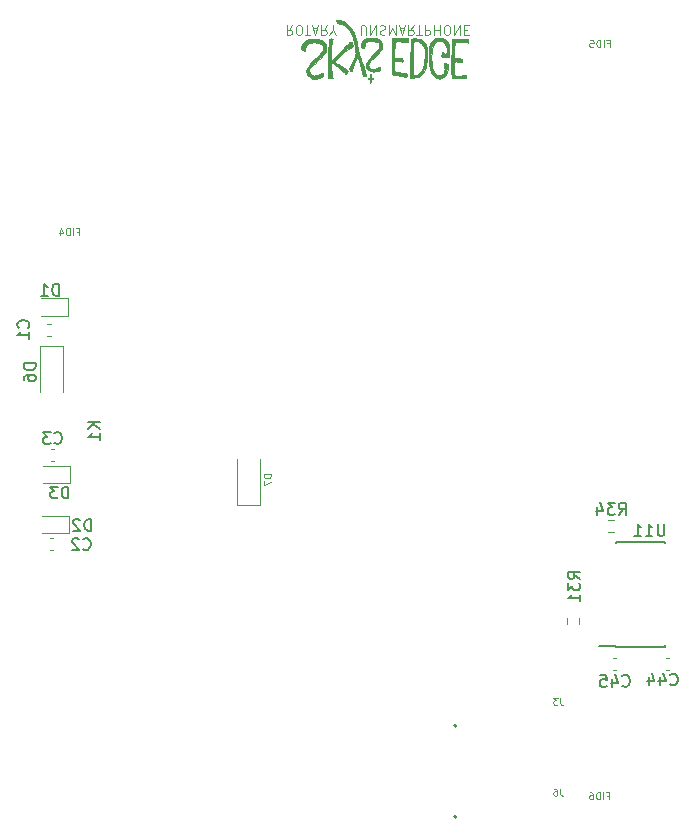
<source format=gbr>
G04 #@! TF.GenerationSoftware,KiCad,Pcbnew,6.0.0+dfsg1-2*
G04 #@! TF.CreationDate,2022-02-08T13:12:28-05:00*
G04 #@! TF.ProjectId,RUSP_Daughterboard,52555350-5f44-4617-9567-68746572626f,rev?*
G04 #@! TF.SameCoordinates,Original*
G04 #@! TF.FileFunction,Legend,Bot*
G04 #@! TF.FilePolarity,Positive*
%FSLAX46Y46*%
G04 Gerber Fmt 4.6, Leading zero omitted, Abs format (unit mm)*
G04 Created by KiCad (PCBNEW 6.0.0+dfsg1-2) date 2022-02-08 13:12:28*
%MOMM*%
%LPD*%
G01*
G04 APERTURE LIST*
%ADD10C,0.120000*%
%ADD11C,0.150000*%
%ADD12C,0.010000*%
G04 APERTURE END LIST*
D10*
X145380952Y-70438095D02*
X145114285Y-70819047D01*
X144923809Y-70438095D02*
X144923809Y-71238095D01*
X145228571Y-71238095D01*
X145304761Y-71200000D01*
X145342857Y-71161904D01*
X145380952Y-71085714D01*
X145380952Y-70971428D01*
X145342857Y-70895238D01*
X145304761Y-70857142D01*
X145228571Y-70819047D01*
X144923809Y-70819047D01*
X145876190Y-71238095D02*
X146028571Y-71238095D01*
X146104761Y-71200000D01*
X146180952Y-71123809D01*
X146219047Y-70971428D01*
X146219047Y-70704761D01*
X146180952Y-70552380D01*
X146104761Y-70476190D01*
X146028571Y-70438095D01*
X145876190Y-70438095D01*
X145800000Y-70476190D01*
X145723809Y-70552380D01*
X145685714Y-70704761D01*
X145685714Y-70971428D01*
X145723809Y-71123809D01*
X145800000Y-71200000D01*
X145876190Y-71238095D01*
X146447619Y-71238095D02*
X146904761Y-71238095D01*
X146676190Y-70438095D02*
X146676190Y-71238095D01*
X147133333Y-70666666D02*
X147514285Y-70666666D01*
X147057142Y-70438095D02*
X147323809Y-71238095D01*
X147590476Y-70438095D01*
X148314285Y-70438095D02*
X148047619Y-70819047D01*
X147857142Y-70438095D02*
X147857142Y-71238095D01*
X148161904Y-71238095D01*
X148238095Y-71200000D01*
X148276190Y-71161904D01*
X148314285Y-71085714D01*
X148314285Y-70971428D01*
X148276190Y-70895238D01*
X148238095Y-70857142D01*
X148161904Y-70819047D01*
X147857142Y-70819047D01*
X148809523Y-70819047D02*
X148809523Y-70438095D01*
X148542857Y-71238095D02*
X148809523Y-70819047D01*
X149076190Y-71238095D01*
X151171428Y-71238095D02*
X151171428Y-70590476D01*
X151209523Y-70514285D01*
X151247619Y-70476190D01*
X151323809Y-70438095D01*
X151476190Y-70438095D01*
X151552380Y-70476190D01*
X151590476Y-70514285D01*
X151628571Y-70590476D01*
X151628571Y-71238095D01*
X152009523Y-70438095D02*
X152009523Y-71238095D01*
X152466666Y-70438095D01*
X152466666Y-71238095D01*
X152809523Y-70476190D02*
X152923809Y-70438095D01*
X153114285Y-70438095D01*
X153190476Y-70476190D01*
X153228571Y-70514285D01*
X153266666Y-70590476D01*
X153266666Y-70666666D01*
X153228571Y-70742857D01*
X153190476Y-70780952D01*
X153114285Y-70819047D01*
X152961904Y-70857142D01*
X152885714Y-70895238D01*
X152847619Y-70933333D01*
X152809523Y-71009523D01*
X152809523Y-71085714D01*
X152847619Y-71161904D01*
X152885714Y-71200000D01*
X152961904Y-71238095D01*
X153152380Y-71238095D01*
X153266666Y-71200000D01*
X153609523Y-70438095D02*
X153609523Y-71238095D01*
X153876190Y-70666666D01*
X154142857Y-71238095D01*
X154142857Y-70438095D01*
X154485714Y-70666666D02*
X154866666Y-70666666D01*
X154409523Y-70438095D02*
X154676190Y-71238095D01*
X154942857Y-70438095D01*
X155666666Y-70438095D02*
X155400000Y-70819047D01*
X155209523Y-70438095D02*
X155209523Y-71238095D01*
X155514285Y-71238095D01*
X155590476Y-71200000D01*
X155628571Y-71161904D01*
X155666666Y-71085714D01*
X155666666Y-70971428D01*
X155628571Y-70895238D01*
X155590476Y-70857142D01*
X155514285Y-70819047D01*
X155209523Y-70819047D01*
X155895238Y-71238095D02*
X156352380Y-71238095D01*
X156123809Y-70438095D02*
X156123809Y-71238095D01*
X156619047Y-70438095D02*
X156619047Y-71238095D01*
X156923809Y-71238095D01*
X157000000Y-71200000D01*
X157038095Y-71161904D01*
X157076190Y-71085714D01*
X157076190Y-70971428D01*
X157038095Y-70895238D01*
X157000000Y-70857142D01*
X156923809Y-70819047D01*
X156619047Y-70819047D01*
X157419047Y-70438095D02*
X157419047Y-71238095D01*
X157419047Y-70857142D02*
X157876190Y-70857142D01*
X157876190Y-70438095D02*
X157876190Y-71238095D01*
X158409523Y-71238095D02*
X158561904Y-71238095D01*
X158638095Y-71200000D01*
X158714285Y-71123809D01*
X158752380Y-70971428D01*
X158752380Y-70704761D01*
X158714285Y-70552380D01*
X158638095Y-70476190D01*
X158561904Y-70438095D01*
X158409523Y-70438095D01*
X158333333Y-70476190D01*
X158257142Y-70552380D01*
X158219047Y-70704761D01*
X158219047Y-70971428D01*
X158257142Y-71123809D01*
X158333333Y-71200000D01*
X158409523Y-71238095D01*
X159095238Y-70438095D02*
X159095238Y-71238095D01*
X159552380Y-70438095D01*
X159552380Y-71238095D01*
X159933333Y-70857142D02*
X160200000Y-70857142D01*
X160314285Y-70438095D02*
X159933333Y-70438095D01*
X159933333Y-71238095D01*
X160314285Y-71238095D01*
D11*
X173042857Y-111872380D02*
X173376190Y-111396190D01*
X173614285Y-111872380D02*
X173614285Y-110872380D01*
X173233333Y-110872380D01*
X173138095Y-110920000D01*
X173090476Y-110967619D01*
X173042857Y-111062857D01*
X173042857Y-111205714D01*
X173090476Y-111300952D01*
X173138095Y-111348571D01*
X173233333Y-111396190D01*
X173614285Y-111396190D01*
X172709523Y-110872380D02*
X172090476Y-110872380D01*
X172423809Y-111253333D01*
X172280952Y-111253333D01*
X172185714Y-111300952D01*
X172138095Y-111348571D01*
X172090476Y-111443809D01*
X172090476Y-111681904D01*
X172138095Y-111777142D01*
X172185714Y-111824761D01*
X172280952Y-111872380D01*
X172566666Y-111872380D01*
X172661904Y-111824761D01*
X172709523Y-111777142D01*
X171233333Y-111205714D02*
X171233333Y-111872380D01*
X171471428Y-110824761D02*
X171709523Y-111539047D01*
X171090476Y-111539047D01*
X169732380Y-117307142D02*
X169256190Y-116973809D01*
X169732380Y-116735714D02*
X168732380Y-116735714D01*
X168732380Y-117116666D01*
X168780000Y-117211904D01*
X168827619Y-117259523D01*
X168922857Y-117307142D01*
X169065714Y-117307142D01*
X169160952Y-117259523D01*
X169208571Y-117211904D01*
X169256190Y-117116666D01*
X169256190Y-116735714D01*
X168732380Y-117640476D02*
X168732380Y-118259523D01*
X169113333Y-117926190D01*
X169113333Y-118069047D01*
X169160952Y-118164285D01*
X169208571Y-118211904D01*
X169303809Y-118259523D01*
X169541904Y-118259523D01*
X169637142Y-118211904D01*
X169684761Y-118164285D01*
X169732380Y-118069047D01*
X169732380Y-117783333D01*
X169684761Y-117688095D01*
X169637142Y-117640476D01*
X169732380Y-119211904D02*
X169732380Y-118640476D01*
X169732380Y-118926190D02*
X168732380Y-118926190D01*
X168875238Y-118830952D01*
X168970476Y-118735714D01*
X169018095Y-118640476D01*
X126438095Y-110497380D02*
X126438095Y-109497380D01*
X126200000Y-109497380D01*
X126057142Y-109545000D01*
X125961904Y-109640238D01*
X125914285Y-109735476D01*
X125866666Y-109925952D01*
X125866666Y-110068809D01*
X125914285Y-110259285D01*
X125961904Y-110354523D01*
X126057142Y-110449761D01*
X126200000Y-110497380D01*
X126438095Y-110497380D01*
X125533333Y-109497380D02*
X124914285Y-109497380D01*
X125247619Y-109878333D01*
X125104761Y-109878333D01*
X125009523Y-109925952D01*
X124961904Y-109973571D01*
X124914285Y-110068809D01*
X124914285Y-110306904D01*
X124961904Y-110402142D01*
X125009523Y-110449761D01*
X125104761Y-110497380D01*
X125390476Y-110497380D01*
X125485714Y-110449761D01*
X125533333Y-110402142D01*
X128353095Y-113247380D02*
X128353095Y-112247380D01*
X128115000Y-112247380D01*
X127972142Y-112295000D01*
X127876904Y-112390238D01*
X127829285Y-112485476D01*
X127781666Y-112675952D01*
X127781666Y-112818809D01*
X127829285Y-113009285D01*
X127876904Y-113104523D01*
X127972142Y-113199761D01*
X128115000Y-113247380D01*
X128353095Y-113247380D01*
X127400714Y-112342619D02*
X127353095Y-112295000D01*
X127257857Y-112247380D01*
X127019761Y-112247380D01*
X126924523Y-112295000D01*
X126876904Y-112342619D01*
X126829285Y-112437857D01*
X126829285Y-112533095D01*
X126876904Y-112675952D01*
X127448333Y-113247380D01*
X126829285Y-113247380D01*
X125638095Y-93322380D02*
X125638095Y-92322380D01*
X125400000Y-92322380D01*
X125257142Y-92370000D01*
X125161904Y-92465238D01*
X125114285Y-92560476D01*
X125066666Y-92750952D01*
X125066666Y-92893809D01*
X125114285Y-93084285D01*
X125161904Y-93179523D01*
X125257142Y-93274761D01*
X125400000Y-93322380D01*
X125638095Y-93322380D01*
X124114285Y-93322380D02*
X124685714Y-93322380D01*
X124400000Y-93322380D02*
X124400000Y-92322380D01*
X124495238Y-92465238D01*
X124590476Y-92560476D01*
X124685714Y-92608095D01*
X173342857Y-126337142D02*
X173390476Y-126384761D01*
X173533333Y-126432380D01*
X173628571Y-126432380D01*
X173771428Y-126384761D01*
X173866666Y-126289523D01*
X173914285Y-126194285D01*
X173961904Y-126003809D01*
X173961904Y-125860952D01*
X173914285Y-125670476D01*
X173866666Y-125575238D01*
X173771428Y-125480000D01*
X173628571Y-125432380D01*
X173533333Y-125432380D01*
X173390476Y-125480000D01*
X173342857Y-125527619D01*
X172485714Y-125765714D02*
X172485714Y-126432380D01*
X172723809Y-125384761D02*
X172961904Y-126099047D01*
X172342857Y-126099047D01*
X171485714Y-125432380D02*
X171961904Y-125432380D01*
X172009523Y-125908571D01*
X171961904Y-125860952D01*
X171866666Y-125813333D01*
X171628571Y-125813333D01*
X171533333Y-125860952D01*
X171485714Y-125908571D01*
X171438095Y-126003809D01*
X171438095Y-126241904D01*
X171485714Y-126337142D01*
X171533333Y-126384761D01*
X171628571Y-126432380D01*
X171866666Y-126432380D01*
X171961904Y-126384761D01*
X172009523Y-126337142D01*
X177392857Y-126227142D02*
X177440476Y-126274761D01*
X177583333Y-126322380D01*
X177678571Y-126322380D01*
X177821428Y-126274761D01*
X177916666Y-126179523D01*
X177964285Y-126084285D01*
X178011904Y-125893809D01*
X178011904Y-125750952D01*
X177964285Y-125560476D01*
X177916666Y-125465238D01*
X177821428Y-125370000D01*
X177678571Y-125322380D01*
X177583333Y-125322380D01*
X177440476Y-125370000D01*
X177392857Y-125417619D01*
X176535714Y-125655714D02*
X176535714Y-126322380D01*
X176773809Y-125274761D02*
X177011904Y-125989047D01*
X176392857Y-125989047D01*
X175583333Y-125655714D02*
X175583333Y-126322380D01*
X175821428Y-125274761D02*
X176059523Y-125989047D01*
X175440476Y-125989047D01*
X125256666Y-105777142D02*
X125304285Y-105824761D01*
X125447142Y-105872380D01*
X125542380Y-105872380D01*
X125685238Y-105824761D01*
X125780476Y-105729523D01*
X125828095Y-105634285D01*
X125875714Y-105443809D01*
X125875714Y-105300952D01*
X125828095Y-105110476D01*
X125780476Y-105015238D01*
X125685238Y-104920000D01*
X125542380Y-104872380D01*
X125447142Y-104872380D01*
X125304285Y-104920000D01*
X125256666Y-104967619D01*
X124923333Y-104872380D02*
X124304285Y-104872380D01*
X124637619Y-105253333D01*
X124494761Y-105253333D01*
X124399523Y-105300952D01*
X124351904Y-105348571D01*
X124304285Y-105443809D01*
X124304285Y-105681904D01*
X124351904Y-105777142D01*
X124399523Y-105824761D01*
X124494761Y-105872380D01*
X124780476Y-105872380D01*
X124875714Y-105824761D01*
X124923333Y-105777142D01*
X127691666Y-114777142D02*
X127739285Y-114824761D01*
X127882142Y-114872380D01*
X127977380Y-114872380D01*
X128120238Y-114824761D01*
X128215476Y-114729523D01*
X128263095Y-114634285D01*
X128310714Y-114443809D01*
X128310714Y-114300952D01*
X128263095Y-114110476D01*
X128215476Y-114015238D01*
X128120238Y-113920000D01*
X127977380Y-113872380D01*
X127882142Y-113872380D01*
X127739285Y-113920000D01*
X127691666Y-113967619D01*
X127310714Y-113967619D02*
X127263095Y-113920000D01*
X127167857Y-113872380D01*
X126929761Y-113872380D01*
X126834523Y-113920000D01*
X126786904Y-113967619D01*
X126739285Y-114062857D01*
X126739285Y-114158095D01*
X126786904Y-114300952D01*
X127358333Y-114872380D01*
X126739285Y-114872380D01*
X123027142Y-96033333D02*
X123074761Y-95985714D01*
X123122380Y-95842857D01*
X123122380Y-95747619D01*
X123074761Y-95604761D01*
X122979523Y-95509523D01*
X122884285Y-95461904D01*
X122693809Y-95414285D01*
X122550952Y-95414285D01*
X122360476Y-95461904D01*
X122265238Y-95509523D01*
X122170000Y-95604761D01*
X122122380Y-95747619D01*
X122122380Y-95842857D01*
X122170000Y-95985714D01*
X122217619Y-96033333D01*
X123122380Y-96985714D02*
X123122380Y-96414285D01*
X123122380Y-96700000D02*
X122122380Y-96700000D01*
X122265238Y-96604761D01*
X122360476Y-96509523D01*
X122408095Y-96414285D01*
D10*
X168100000Y-135071428D02*
X168100000Y-135500000D01*
X168128571Y-135585714D01*
X168185714Y-135642857D01*
X168271428Y-135671428D01*
X168328571Y-135671428D01*
X167557142Y-135071428D02*
X167671428Y-135071428D01*
X167728571Y-135100000D01*
X167757142Y-135128571D01*
X167814285Y-135214285D01*
X167842857Y-135328571D01*
X167842857Y-135557142D01*
X167814285Y-135614285D01*
X167785714Y-135642857D01*
X167728571Y-135671428D01*
X167614285Y-135671428D01*
X167557142Y-135642857D01*
X167528571Y-135614285D01*
X167500000Y-135557142D01*
X167500000Y-135414285D01*
X167528571Y-135357142D01*
X167557142Y-135328571D01*
X167614285Y-135300000D01*
X167728571Y-135300000D01*
X167785714Y-135328571D01*
X167814285Y-135357142D01*
X167842857Y-135414285D01*
X172068857Y-71957142D02*
X172268857Y-71957142D01*
X172268857Y-72271428D02*
X172268857Y-71671428D01*
X171983142Y-71671428D01*
X171754571Y-72271428D02*
X171754571Y-71671428D01*
X171468857Y-72271428D02*
X171468857Y-71671428D01*
X171326000Y-71671428D01*
X171240285Y-71700000D01*
X171183142Y-71757142D01*
X171154571Y-71814285D01*
X171126000Y-71928571D01*
X171126000Y-72014285D01*
X171154571Y-72128571D01*
X171183142Y-72185714D01*
X171240285Y-72242857D01*
X171326000Y-72271428D01*
X171468857Y-72271428D01*
X170583142Y-71671428D02*
X170868857Y-71671428D01*
X170897428Y-71957142D01*
X170868857Y-71928571D01*
X170811714Y-71900000D01*
X170668857Y-71900000D01*
X170611714Y-71928571D01*
X170583142Y-71957142D01*
X170554571Y-72014285D01*
X170554571Y-72157142D01*
X170583142Y-72214285D01*
X170611714Y-72242857D01*
X170668857Y-72271428D01*
X170811714Y-72271428D01*
X170868857Y-72242857D01*
X170897428Y-72214285D01*
X127142857Y-87895142D02*
X127342857Y-87895142D01*
X127342857Y-88209428D02*
X127342857Y-87609428D01*
X127057142Y-87609428D01*
X126828571Y-88209428D02*
X126828571Y-87609428D01*
X126542857Y-88209428D02*
X126542857Y-87609428D01*
X126400000Y-87609428D01*
X126314285Y-87638000D01*
X126257142Y-87695142D01*
X126228571Y-87752285D01*
X126200000Y-87866571D01*
X126200000Y-87952285D01*
X126228571Y-88066571D01*
X126257142Y-88123714D01*
X126314285Y-88180857D01*
X126400000Y-88209428D01*
X126542857Y-88209428D01*
X125685714Y-87809428D02*
X125685714Y-88209428D01*
X125828571Y-87580857D02*
X125971428Y-88009428D01*
X125600000Y-88009428D01*
X168100000Y-127371428D02*
X168100000Y-127800000D01*
X168128571Y-127885714D01*
X168185714Y-127942857D01*
X168271428Y-127971428D01*
X168328571Y-127971428D01*
X167871428Y-127371428D02*
X167500000Y-127371428D01*
X167700000Y-127600000D01*
X167614285Y-127600000D01*
X167557142Y-127628571D01*
X167528571Y-127657142D01*
X167500000Y-127714285D01*
X167500000Y-127857142D01*
X167528571Y-127914285D01*
X167557142Y-127942857D01*
X167614285Y-127971428D01*
X167785714Y-127971428D01*
X167842857Y-127942857D01*
X167871428Y-127914285D01*
D11*
X129126380Y-104035904D02*
X128126380Y-104035904D01*
X129126380Y-104607333D02*
X128554952Y-104178761D01*
X128126380Y-104607333D02*
X128697809Y-104035904D01*
X129126380Y-105559714D02*
X129126380Y-104988285D01*
X129126380Y-105274000D02*
X128126380Y-105274000D01*
X128269238Y-105178761D01*
X128364476Y-105083523D01*
X128412095Y-104988285D01*
X123652380Y-99061904D02*
X122652380Y-99061904D01*
X122652380Y-99300000D01*
X122700000Y-99442857D01*
X122795238Y-99538095D01*
X122890476Y-99585714D01*
X123080952Y-99633333D01*
X123223809Y-99633333D01*
X123414285Y-99585714D01*
X123509523Y-99538095D01*
X123604761Y-99442857D01*
X123652380Y-99300000D01*
X123652380Y-99061904D01*
X122652380Y-100490476D02*
X122652380Y-100300000D01*
X122700000Y-100204761D01*
X122747619Y-100157142D01*
X122890476Y-100061904D01*
X123080952Y-100014285D01*
X123461904Y-100014285D01*
X123557142Y-100061904D01*
X123604761Y-100109523D01*
X123652380Y-100204761D01*
X123652380Y-100395238D01*
X123604761Y-100490476D01*
X123557142Y-100538095D01*
X123461904Y-100585714D01*
X123223809Y-100585714D01*
X123128571Y-100538095D01*
X123080952Y-100490476D01*
X123033333Y-100395238D01*
X123033333Y-100204761D01*
X123080952Y-100109523D01*
X123128571Y-100061904D01*
X123223809Y-100014285D01*
D10*
X143569428Y-108457142D02*
X142969428Y-108457142D01*
X142969428Y-108600000D01*
X142998000Y-108685714D01*
X143055142Y-108742857D01*
X143112285Y-108771428D01*
X143226571Y-108800000D01*
X143312285Y-108800000D01*
X143426571Y-108771428D01*
X143483714Y-108742857D01*
X143540857Y-108685714D01*
X143569428Y-108600000D01*
X143569428Y-108457142D01*
X142969428Y-109000000D02*
X142969428Y-109400000D01*
X143569428Y-109142857D01*
X172042857Y-135657142D02*
X172242857Y-135657142D01*
X172242857Y-135971428D02*
X172242857Y-135371428D01*
X171957142Y-135371428D01*
X171728571Y-135971428D02*
X171728571Y-135371428D01*
X171442857Y-135971428D02*
X171442857Y-135371428D01*
X171300000Y-135371428D01*
X171214285Y-135400000D01*
X171157142Y-135457142D01*
X171128571Y-135514285D01*
X171100000Y-135628571D01*
X171100000Y-135714285D01*
X171128571Y-135828571D01*
X171157142Y-135885714D01*
X171214285Y-135942857D01*
X171300000Y-135971428D01*
X171442857Y-135971428D01*
X170585714Y-135371428D02*
X170700000Y-135371428D01*
X170757142Y-135400000D01*
X170785714Y-135428571D01*
X170842857Y-135514285D01*
X170871428Y-135628571D01*
X170871428Y-135857142D01*
X170842857Y-135914285D01*
X170814285Y-135942857D01*
X170757142Y-135971428D01*
X170642857Y-135971428D01*
X170585714Y-135942857D01*
X170557142Y-135914285D01*
X170528571Y-135857142D01*
X170528571Y-135714285D01*
X170557142Y-135657142D01*
X170585714Y-135628571D01*
X170642857Y-135600000D01*
X170757142Y-135600000D01*
X170814285Y-135628571D01*
X170842857Y-135657142D01*
X170871428Y-135714285D01*
D11*
X176888095Y-112652380D02*
X176888095Y-113461904D01*
X176840476Y-113557142D01*
X176792857Y-113604761D01*
X176697619Y-113652380D01*
X176507142Y-113652380D01*
X176411904Y-113604761D01*
X176364285Y-113557142D01*
X176316666Y-113461904D01*
X176316666Y-112652380D01*
X175316666Y-113652380D02*
X175888095Y-113652380D01*
X175602380Y-113652380D02*
X175602380Y-112652380D01*
X175697619Y-112795238D01*
X175792857Y-112890476D01*
X175888095Y-112938095D01*
X174364285Y-113652380D02*
X174935714Y-113652380D01*
X174650000Y-113652380D02*
X174650000Y-112652380D01*
X174745238Y-112795238D01*
X174840476Y-112890476D01*
X174935714Y-112938095D01*
D10*
X172637258Y-112327500D02*
X172162742Y-112327500D01*
X172637258Y-113372500D02*
X172162742Y-113372500D01*
X169672500Y-121087258D02*
X169672500Y-120612742D01*
X168627500Y-121087258D02*
X168627500Y-120612742D01*
X124300000Y-107740000D02*
X126585000Y-107740000D01*
X126585000Y-107740000D02*
X126585000Y-109210000D01*
X126585000Y-109210000D02*
X124300000Y-109210000D01*
X124215000Y-111990000D02*
X126500000Y-111990000D01*
X126500000Y-111990000D02*
X126500000Y-113460000D01*
X126500000Y-113460000D02*
X124215000Y-113460000D01*
X124100000Y-93565000D02*
X126385000Y-93565000D01*
X126385000Y-93565000D02*
X126385000Y-95035000D01*
X126385000Y-95035000D02*
X124100000Y-95035000D01*
X172559420Y-125060000D02*
X172840580Y-125060000D01*
X172559420Y-124040000D02*
X172840580Y-124040000D01*
X177290580Y-123990000D02*
X177009420Y-123990000D01*
X177290580Y-125010000D02*
X177009420Y-125010000D01*
X125230580Y-106340000D02*
X124949420Y-106340000D01*
X125230580Y-107360000D02*
X124949420Y-107360000D01*
X125165580Y-113840000D02*
X124884420Y-113840000D01*
X125165580Y-114860000D02*
X124884420Y-114860000D01*
X124940580Y-95690000D02*
X124659420Y-95690000D01*
X124940580Y-96710000D02*
X124659420Y-96710000D01*
D11*
X159311803Y-137450000D02*
G75*
G03*
X159311803Y-137450000I-111803J0D01*
G01*
X159311803Y-129750000D02*
G75*
G03*
X159311803Y-129750000I-111803J0D01*
G01*
D10*
X124000000Y-97550000D02*
X126000000Y-97550000D01*
X126000000Y-97550000D02*
X126000000Y-101450000D01*
X124000000Y-97550000D02*
X124000000Y-101450000D01*
X140700000Y-111050000D02*
X140700000Y-107150000D01*
X142700000Y-111050000D02*
X140700000Y-111050000D01*
X142700000Y-111050000D02*
X142700000Y-107150000D01*
D12*
X151582027Y-74717119D02*
X151627971Y-74695121D01*
X151627971Y-74695121D02*
X151631396Y-74689271D01*
X151631396Y-74689271D02*
X151629853Y-74645319D01*
X151629853Y-74645319D02*
X151612009Y-74557939D01*
X151612009Y-74557939D02*
X151580389Y-74435612D01*
X151580389Y-74435612D02*
X151537516Y-74286819D01*
X151537516Y-74286819D02*
X151485915Y-74120042D01*
X151485915Y-74120042D02*
X151428111Y-73943761D01*
X151428111Y-73943761D02*
X151366626Y-73766458D01*
X151366626Y-73766458D02*
X151314220Y-73623569D01*
X151314220Y-73623569D02*
X151241465Y-73427433D01*
X151241465Y-73427433D02*
X151180168Y-73252999D01*
X151180168Y-73252999D02*
X151126994Y-73088505D01*
X151126994Y-73088505D02*
X151078607Y-72922187D01*
X151078607Y-72922187D02*
X151031670Y-72742283D01*
X151031670Y-72742283D02*
X150982847Y-72537031D01*
X150982847Y-72537031D02*
X150928804Y-72294666D01*
X150928804Y-72294666D02*
X150901262Y-72167432D01*
X150901262Y-72167432D02*
X150832751Y-71859746D01*
X150832751Y-71859746D02*
X150769406Y-71599981D01*
X150769406Y-71599981D02*
X150709087Y-71381326D01*
X150709087Y-71381326D02*
X150649657Y-71196971D01*
X150649657Y-71196971D02*
X150588976Y-71040105D01*
X150588976Y-71040105D02*
X150524905Y-70903916D01*
X150524905Y-70903916D02*
X150477688Y-70818587D01*
X150477688Y-70818587D02*
X150362788Y-70652413D01*
X150362788Y-70652413D02*
X150214019Y-70479544D01*
X150214019Y-70479544D02*
X150047462Y-70316822D01*
X150047462Y-70316822D02*
X149879196Y-70181086D01*
X149879196Y-70181086D02*
X149848913Y-70160108D01*
X149848913Y-70160108D02*
X149732472Y-70092315D01*
X149732472Y-70092315D02*
X149604642Y-70035053D01*
X149604642Y-70035053D02*
X149475054Y-69990499D01*
X149475054Y-69990499D02*
X149353340Y-69960831D01*
X149353340Y-69960831D02*
X149249131Y-69948223D01*
X149249131Y-69948223D02*
X149172058Y-69954853D01*
X149172058Y-69954853D02*
X149131752Y-69982897D01*
X149131752Y-69982897D02*
X149128161Y-69997228D01*
X149128161Y-69997228D02*
X149128130Y-70093206D01*
X149128130Y-70093206D02*
X149137863Y-70177578D01*
X149137863Y-70177578D02*
X149154825Y-70230283D01*
X149154825Y-70230283D02*
X149158157Y-70234558D01*
X149158157Y-70234558D02*
X149194580Y-70250218D01*
X149194580Y-70250218D02*
X149270402Y-70270277D01*
X149270402Y-70270277D02*
X149370433Y-70290815D01*
X149370433Y-70290815D02*
X149388944Y-70294106D01*
X149388944Y-70294106D02*
X149577709Y-70340628D01*
X149577709Y-70340628D02*
X149743141Y-70414306D01*
X149743141Y-70414306D02*
X149899047Y-70523125D01*
X149899047Y-70523125D02*
X150059234Y-70675071D01*
X150059234Y-70675071D02*
X150072968Y-70689672D01*
X150072968Y-70689672D02*
X150219920Y-70866465D01*
X150219920Y-70866465D02*
X150344922Y-71061224D01*
X150344922Y-71061224D02*
X150450393Y-71280429D01*
X150450393Y-71280429D02*
X150538750Y-71530562D01*
X150538750Y-71530562D02*
X150612413Y-71818102D01*
X150612413Y-71818102D02*
X150673799Y-72149530D01*
X150673799Y-72149530D02*
X150708356Y-72392282D01*
X150708356Y-72392282D02*
X150729592Y-72564118D01*
X150729592Y-72564118D02*
X150742713Y-72704473D01*
X150742713Y-72704473D02*
X150745569Y-72823767D01*
X150745569Y-72823767D02*
X150736013Y-72932417D01*
X150736013Y-72932417D02*
X150711898Y-73040840D01*
X150711898Y-73040840D02*
X150671075Y-73159455D01*
X150671075Y-73159455D02*
X150611399Y-73298678D01*
X150611399Y-73298678D02*
X150530720Y-73468927D01*
X150530720Y-73468927D02*
X150454204Y-73625137D01*
X150454204Y-73625137D02*
X150207625Y-74126185D01*
X150207625Y-74126185D02*
X150256040Y-74208819D01*
X150256040Y-74208819D02*
X150308756Y-74280825D01*
X150308756Y-74280825D02*
X150362991Y-74327202D01*
X150362991Y-74327202D02*
X150406381Y-74338412D01*
X150406381Y-74338412D02*
X150416446Y-74332539D01*
X150416446Y-74332539D02*
X150430254Y-74298156D01*
X150430254Y-74298156D02*
X150449427Y-74224929D01*
X150449427Y-74224929D02*
X150469912Y-74128422D01*
X150469912Y-74128422D02*
X150470706Y-74124275D01*
X150470706Y-74124275D02*
X150497308Y-74020759D01*
X150497308Y-74020759D02*
X150541566Y-73886322D01*
X150541566Y-73886322D02*
X150596923Y-73739672D01*
X150596923Y-73739672D02*
X150647009Y-73621168D01*
X150647009Y-73621168D02*
X150725930Y-73447977D01*
X150725930Y-73447977D02*
X150787629Y-73321684D01*
X150787629Y-73321684D02*
X150835529Y-73237971D01*
X150835529Y-73237971D02*
X150873052Y-73192522D01*
X150873052Y-73192522D02*
X150903621Y-73181023D01*
X150903621Y-73181023D02*
X150930658Y-73199155D01*
X150930658Y-73199155D02*
X150953446Y-73234694D01*
X150953446Y-73234694D02*
X150973550Y-73284596D01*
X150973550Y-73284596D02*
X151005298Y-73378013D01*
X151005298Y-73378013D02*
X151045806Y-73505186D01*
X151045806Y-73505186D02*
X151092193Y-73656358D01*
X151092193Y-73656358D02*
X151141576Y-73821769D01*
X151141576Y-73821769D02*
X151191074Y-73991662D01*
X151191074Y-73991662D02*
X151237802Y-74156279D01*
X151237802Y-74156279D02*
X151278880Y-74305861D01*
X151278880Y-74305861D02*
X151311425Y-74430651D01*
X151311425Y-74430651D02*
X151330510Y-74511250D01*
X151330510Y-74511250D02*
X151376795Y-74725217D01*
X151376795Y-74725217D02*
X151497198Y-74725217D01*
X151497198Y-74725217D02*
X151582027Y-74717119D01*
X151582027Y-74717119D02*
X151582027Y-74717119D01*
G36*
X149353340Y-69960831D02*
G01*
X149475054Y-69990499D01*
X149604642Y-70035053D01*
X149732472Y-70092315D01*
X149848913Y-70160108D01*
X149879196Y-70181086D01*
X150047462Y-70316822D01*
X150214019Y-70479544D01*
X150362788Y-70652413D01*
X150477688Y-70818587D01*
X150524905Y-70903916D01*
X150588976Y-71040105D01*
X150649657Y-71196971D01*
X150709087Y-71381326D01*
X150769406Y-71599981D01*
X150832751Y-71859746D01*
X150901262Y-72167432D01*
X150928804Y-72294666D01*
X150982847Y-72537031D01*
X151031670Y-72742283D01*
X151078607Y-72922187D01*
X151126994Y-73088505D01*
X151180168Y-73252999D01*
X151241465Y-73427433D01*
X151314220Y-73623569D01*
X151366626Y-73766458D01*
X151428111Y-73943761D01*
X151485915Y-74120042D01*
X151537516Y-74286819D01*
X151580389Y-74435612D01*
X151612009Y-74557939D01*
X151629853Y-74645319D01*
X151631396Y-74689271D01*
X151627971Y-74695121D01*
X151582027Y-74717119D01*
X151497198Y-74725217D01*
X151376795Y-74725217D01*
X151330510Y-74511250D01*
X151311425Y-74430651D01*
X151278880Y-74305861D01*
X151237802Y-74156279D01*
X151191074Y-73991662D01*
X151141576Y-73821769D01*
X151092193Y-73656358D01*
X151045806Y-73505186D01*
X151005298Y-73378013D01*
X150973550Y-73284596D01*
X150953446Y-73234694D01*
X150930658Y-73199155D01*
X150903621Y-73181023D01*
X150873052Y-73192522D01*
X150835529Y-73237971D01*
X150787629Y-73321684D01*
X150725930Y-73447977D01*
X150647009Y-73621168D01*
X150596923Y-73739672D01*
X150541566Y-73886322D01*
X150497308Y-74020759D01*
X150470706Y-74124275D01*
X150469912Y-74128422D01*
X150449427Y-74224929D01*
X150430254Y-74298156D01*
X150416446Y-74332539D01*
X150406381Y-74338412D01*
X150362991Y-74327202D01*
X150308756Y-74280825D01*
X150256040Y-74208819D01*
X150207625Y-74126185D01*
X150454204Y-73625137D01*
X150530720Y-73468927D01*
X150611399Y-73298678D01*
X150671075Y-73159455D01*
X150711898Y-73040840D01*
X150736013Y-72932417D01*
X150745569Y-72823767D01*
X150742713Y-72704473D01*
X150729592Y-72564118D01*
X150708356Y-72392282D01*
X150673799Y-72149530D01*
X150612413Y-71818102D01*
X150538750Y-71530562D01*
X150450393Y-71280429D01*
X150344922Y-71061224D01*
X150219920Y-70866465D01*
X150072968Y-70689672D01*
X150059234Y-70675071D01*
X149899047Y-70523125D01*
X149743141Y-70414306D01*
X149577709Y-70340628D01*
X149388944Y-70294106D01*
X149370433Y-70290815D01*
X149270402Y-70270277D01*
X149194580Y-70250218D01*
X149158157Y-70234558D01*
X149154825Y-70230283D01*
X149137863Y-70177578D01*
X149128130Y-70093206D01*
X149128161Y-69997228D01*
X149131752Y-69982897D01*
X149172058Y-69954853D01*
X149249131Y-69948223D01*
X149353340Y-69960831D01*
G37*
X149353340Y-69960831D02*
X149475054Y-69990499D01*
X149604642Y-70035053D01*
X149732472Y-70092315D01*
X149848913Y-70160108D01*
X149879196Y-70181086D01*
X150047462Y-70316822D01*
X150214019Y-70479544D01*
X150362788Y-70652413D01*
X150477688Y-70818587D01*
X150524905Y-70903916D01*
X150588976Y-71040105D01*
X150649657Y-71196971D01*
X150709087Y-71381326D01*
X150769406Y-71599981D01*
X150832751Y-71859746D01*
X150901262Y-72167432D01*
X150928804Y-72294666D01*
X150982847Y-72537031D01*
X151031670Y-72742283D01*
X151078607Y-72922187D01*
X151126994Y-73088505D01*
X151180168Y-73252999D01*
X151241465Y-73427433D01*
X151314220Y-73623569D01*
X151366626Y-73766458D01*
X151428111Y-73943761D01*
X151485915Y-74120042D01*
X151537516Y-74286819D01*
X151580389Y-74435612D01*
X151612009Y-74557939D01*
X151629853Y-74645319D01*
X151631396Y-74689271D01*
X151627971Y-74695121D01*
X151582027Y-74717119D01*
X151497198Y-74725217D01*
X151376795Y-74725217D01*
X151330510Y-74511250D01*
X151311425Y-74430651D01*
X151278880Y-74305861D01*
X151237802Y-74156279D01*
X151191074Y-73991662D01*
X151141576Y-73821769D01*
X151092193Y-73656358D01*
X151045806Y-73505186D01*
X151005298Y-73378013D01*
X150973550Y-73284596D01*
X150953446Y-73234694D01*
X150930658Y-73199155D01*
X150903621Y-73181023D01*
X150873052Y-73192522D01*
X150835529Y-73237971D01*
X150787629Y-73321684D01*
X150725930Y-73447977D01*
X150647009Y-73621168D01*
X150596923Y-73739672D01*
X150541566Y-73886322D01*
X150497308Y-74020759D01*
X150470706Y-74124275D01*
X150469912Y-74128422D01*
X150449427Y-74224929D01*
X150430254Y-74298156D01*
X150416446Y-74332539D01*
X150406381Y-74338412D01*
X150362991Y-74327202D01*
X150308756Y-74280825D01*
X150256040Y-74208819D01*
X150207625Y-74126185D01*
X150454204Y-73625137D01*
X150530720Y-73468927D01*
X150611399Y-73298678D01*
X150671075Y-73159455D01*
X150711898Y-73040840D01*
X150736013Y-72932417D01*
X150745569Y-72823767D01*
X150742713Y-72704473D01*
X150729592Y-72564118D01*
X150708356Y-72392282D01*
X150673799Y-72149530D01*
X150612413Y-71818102D01*
X150538750Y-71530562D01*
X150450393Y-71280429D01*
X150344922Y-71061224D01*
X150219920Y-70866465D01*
X150072968Y-70689672D01*
X150059234Y-70675071D01*
X149899047Y-70523125D01*
X149743141Y-70414306D01*
X149577709Y-70340628D01*
X149388944Y-70294106D01*
X149370433Y-70290815D01*
X149270402Y-70270277D01*
X149194580Y-70250218D01*
X149158157Y-70234558D01*
X149154825Y-70230283D01*
X149137863Y-70177578D01*
X149128130Y-70093206D01*
X149128161Y-69997228D01*
X149131752Y-69982897D01*
X149172058Y-69954853D01*
X149249131Y-69948223D01*
X149353340Y-69960831D01*
X157861661Y-74940804D02*
X157943812Y-74926419D01*
X157943812Y-74926419D02*
X157996827Y-74915181D01*
X157996827Y-74915181D02*
X158159886Y-74852904D01*
X158159886Y-74852904D02*
X158298873Y-74742272D01*
X158298873Y-74742272D02*
X158412596Y-74585184D01*
X158412596Y-74585184D02*
X158499863Y-74383538D01*
X158499863Y-74383538D02*
X158559480Y-74139234D01*
X158559480Y-74139234D02*
X158580176Y-73986158D01*
X158580176Y-73986158D02*
X158591075Y-73867327D01*
X158591075Y-73867327D02*
X158597704Y-73770555D01*
X158597704Y-73770555D02*
X158599371Y-73707918D01*
X158599371Y-73707918D02*
X158597123Y-73690747D01*
X158597123Y-73690747D02*
X158565678Y-73682188D01*
X158565678Y-73682188D02*
X158494473Y-73671065D01*
X158494473Y-73671065D02*
X158398744Y-73659746D01*
X158398744Y-73659746D02*
X158396038Y-73659468D01*
X158396038Y-73659468D02*
X158206848Y-73640085D01*
X158206848Y-73640085D02*
X158221660Y-73720205D01*
X158221660Y-73720205D02*
X158234924Y-73791784D01*
X158234924Y-73791784D02*
X158253491Y-73891765D01*
X158253491Y-73891765D02*
X158267290Y-73965978D01*
X158267290Y-73965978D02*
X158283948Y-74158642D01*
X158283948Y-74158642D02*
X158260887Y-74326187D01*
X158260887Y-74326187D02*
X158202228Y-74463977D01*
X158202228Y-74463977D02*
X158112095Y-74567373D01*
X158112095Y-74567373D02*
X157994610Y-74631737D01*
X157994610Y-74631737D02*
X157853897Y-74652431D01*
X157853897Y-74652431D02*
X157694077Y-74624817D01*
X157694077Y-74624817D02*
X157684425Y-74621674D01*
X157684425Y-74621674D02*
X157567646Y-74565166D01*
X157567646Y-74565166D02*
X157468840Y-74477051D01*
X157468840Y-74477051D02*
X157385579Y-74352700D01*
X157385579Y-74352700D02*
X157315431Y-74187489D01*
X157315431Y-74187489D02*
X157255968Y-73976790D01*
X157255968Y-73976790D02*
X157204758Y-73715976D01*
X157204758Y-73715976D02*
X157202915Y-73704850D01*
X157202915Y-73704850D02*
X157181186Y-73510330D01*
X157181186Y-73510330D02*
X157171904Y-73280105D01*
X157171904Y-73280105D02*
X157174623Y-73032164D01*
X157174623Y-73032164D02*
X157188900Y-72784493D01*
X157188900Y-72784493D02*
X157214291Y-72555079D01*
X157214291Y-72555079D02*
X157234265Y-72435775D01*
X157234265Y-72435775D02*
X157296317Y-72199117D01*
X157296317Y-72199117D02*
X157380724Y-72012638D01*
X157380724Y-72012638D02*
X157488051Y-71875781D01*
X157488051Y-71875781D02*
X157618863Y-71787989D01*
X157618863Y-71787989D02*
X157773726Y-71748705D01*
X157773726Y-71748705D02*
X157926639Y-71753301D01*
X157926639Y-71753301D02*
X158102405Y-71797376D01*
X158102405Y-71797376D02*
X158241552Y-71877715D01*
X158241552Y-71877715D02*
X158345560Y-71996495D01*
X158345560Y-71996495D02*
X158415904Y-72155890D01*
X158415904Y-72155890D02*
X158454064Y-72358076D01*
X158454064Y-72358076D02*
X158462449Y-72542239D01*
X158462449Y-72542239D02*
X158458946Y-72705975D01*
X158458946Y-72705975D02*
X158447225Y-72818162D01*
X158447225Y-72818162D02*
X158424559Y-72882194D01*
X158424559Y-72882194D02*
X158388219Y-72901467D01*
X158388219Y-72901467D02*
X158335478Y-72879375D01*
X158335478Y-72879375D02*
X158263607Y-72819313D01*
X158263607Y-72819313D02*
X158250157Y-72806413D01*
X158250157Y-72806413D02*
X158161945Y-72735191D01*
X158161945Y-72735191D02*
X158095571Y-72714559D01*
X158095571Y-72714559D02*
X158050531Y-72744756D01*
X158050531Y-72744756D02*
X158026324Y-72826021D01*
X158026324Y-72826021D02*
X158021509Y-72915467D01*
X158021509Y-72915467D02*
X158024668Y-73010977D01*
X158024668Y-73010977D02*
X158039780Y-73074497D01*
X158039780Y-73074497D02*
X158076338Y-73113085D01*
X158076338Y-73113085D02*
X158143834Y-73133798D01*
X158143834Y-73133798D02*
X158251759Y-73143695D01*
X158251759Y-73143695D02*
X158333067Y-73147132D01*
X158333067Y-73147132D02*
X158455041Y-73151125D01*
X158455041Y-73151125D02*
X158545744Y-73148383D01*
X158545744Y-73148383D02*
X158609520Y-73131992D01*
X158609520Y-73131992D02*
X158650710Y-73095039D01*
X158650710Y-73095039D02*
X158673657Y-73030614D01*
X158673657Y-73030614D02*
X158682702Y-72931802D01*
X158682702Y-72931802D02*
X158682187Y-72791692D01*
X158682187Y-72791692D02*
X158676456Y-72603372D01*
X158676456Y-72603372D02*
X158676368Y-72600622D01*
X158676368Y-72600622D02*
X158668494Y-72405420D01*
X158668494Y-72405420D02*
X158658171Y-72254025D01*
X158658171Y-72254025D02*
X158644114Y-72135038D01*
X158644114Y-72135038D02*
X158625034Y-72037064D01*
X158625034Y-72037064D02*
X158604435Y-71963448D01*
X158604435Y-71963448D02*
X158525889Y-71786963D01*
X158525889Y-71786963D02*
X158416912Y-71651547D01*
X158416912Y-71651547D02*
X158281148Y-71561649D01*
X158281148Y-71561649D02*
X158272438Y-71557888D01*
X158272438Y-71557888D02*
X158175295Y-71531414D01*
X158175295Y-71531414D02*
X158042550Y-71513808D01*
X158042550Y-71513808D02*
X157893217Y-71505782D01*
X157893217Y-71505782D02*
X157746306Y-71508048D01*
X157746306Y-71508048D02*
X157620828Y-71521318D01*
X157620828Y-71521318D02*
X157574090Y-71531722D01*
X157574090Y-71531722D02*
X157402569Y-71602015D01*
X157402569Y-71602015D02*
X157264448Y-71708492D01*
X157264448Y-71708492D02*
X157155339Y-71855971D01*
X157155339Y-71855971D02*
X157070850Y-72049266D01*
X157070850Y-72049266D02*
X157053934Y-72102391D01*
X157053934Y-72102391D02*
X157002353Y-72326430D01*
X157002353Y-72326430D02*
X156967448Y-72589892D01*
X156967448Y-72589892D02*
X156949097Y-72879598D01*
X156949097Y-72879598D02*
X156947179Y-73182369D01*
X156947179Y-73182369D02*
X156961574Y-73485028D01*
X156961574Y-73485028D02*
X156992159Y-73774396D01*
X156992159Y-73774396D02*
X157038815Y-74037294D01*
X157038815Y-74037294D02*
X157072954Y-74171640D01*
X157072954Y-74171640D02*
X157156092Y-74411527D01*
X157156092Y-74411527D02*
X157253211Y-74601250D01*
X157253211Y-74601250D02*
X157367371Y-74744771D01*
X157367371Y-74744771D02*
X157501633Y-74846052D01*
X157501633Y-74846052D02*
X157637931Y-74903116D01*
X157637931Y-74903116D02*
X157732099Y-74929938D01*
X157732099Y-74929938D02*
X157798883Y-74942239D01*
X157798883Y-74942239D02*
X157861661Y-74940804D01*
X157861661Y-74940804D02*
X157861661Y-74940804D01*
G36*
X158042550Y-71513808D02*
G01*
X158175295Y-71531414D01*
X158272438Y-71557888D01*
X158281148Y-71561649D01*
X158416912Y-71651547D01*
X158525889Y-71786963D01*
X158604435Y-71963448D01*
X158625034Y-72037064D01*
X158644114Y-72135038D01*
X158658171Y-72254025D01*
X158668494Y-72405420D01*
X158676368Y-72600622D01*
X158676456Y-72603372D01*
X158682187Y-72791692D01*
X158682702Y-72931802D01*
X158673657Y-73030614D01*
X158650710Y-73095039D01*
X158609520Y-73131992D01*
X158545744Y-73148383D01*
X158455041Y-73151125D01*
X158333067Y-73147132D01*
X158251759Y-73143695D01*
X158143834Y-73133798D01*
X158076338Y-73113085D01*
X158039780Y-73074497D01*
X158024668Y-73010977D01*
X158021509Y-72915467D01*
X158026324Y-72826021D01*
X158050531Y-72744756D01*
X158095571Y-72714559D01*
X158161945Y-72735191D01*
X158250157Y-72806413D01*
X158263607Y-72819313D01*
X158335478Y-72879375D01*
X158388219Y-72901467D01*
X158424559Y-72882194D01*
X158447225Y-72818162D01*
X158458946Y-72705975D01*
X158462449Y-72542239D01*
X158454064Y-72358076D01*
X158415904Y-72155890D01*
X158345560Y-71996495D01*
X158241552Y-71877715D01*
X158102405Y-71797376D01*
X157926639Y-71753301D01*
X157773726Y-71748705D01*
X157618863Y-71787989D01*
X157488051Y-71875781D01*
X157380724Y-72012638D01*
X157296317Y-72199117D01*
X157234265Y-72435775D01*
X157214291Y-72555079D01*
X157188900Y-72784493D01*
X157174623Y-73032164D01*
X157171904Y-73280105D01*
X157181186Y-73510330D01*
X157202915Y-73704850D01*
X157204758Y-73715976D01*
X157255968Y-73976790D01*
X157315431Y-74187489D01*
X157385579Y-74352700D01*
X157468840Y-74477051D01*
X157567646Y-74565166D01*
X157684425Y-74621674D01*
X157694077Y-74624817D01*
X157853897Y-74652431D01*
X157994610Y-74631737D01*
X158112095Y-74567373D01*
X158202228Y-74463977D01*
X158260887Y-74326187D01*
X158283948Y-74158642D01*
X158267290Y-73965978D01*
X158253491Y-73891765D01*
X158234924Y-73791784D01*
X158221660Y-73720205D01*
X158206848Y-73640085D01*
X158396038Y-73659468D01*
X158398744Y-73659746D01*
X158494473Y-73671065D01*
X158565678Y-73682188D01*
X158597123Y-73690747D01*
X158599371Y-73707918D01*
X158597704Y-73770555D01*
X158591075Y-73867327D01*
X158580176Y-73986158D01*
X158559480Y-74139234D01*
X158499863Y-74383538D01*
X158412596Y-74585184D01*
X158298873Y-74742272D01*
X158159886Y-74852904D01*
X157996827Y-74915181D01*
X157943812Y-74926419D01*
X157861661Y-74940804D01*
X157798883Y-74942239D01*
X157732099Y-74929938D01*
X157637931Y-74903116D01*
X157501633Y-74846052D01*
X157367371Y-74744771D01*
X157253211Y-74601250D01*
X157156092Y-74411527D01*
X157072954Y-74171640D01*
X157038815Y-74037294D01*
X156992159Y-73774396D01*
X156961574Y-73485028D01*
X156947179Y-73182369D01*
X156949097Y-72879598D01*
X156967448Y-72589892D01*
X157002353Y-72326430D01*
X157053934Y-72102391D01*
X157070850Y-72049266D01*
X157155339Y-71855971D01*
X157264448Y-71708492D01*
X157402569Y-71602015D01*
X157574090Y-71531722D01*
X157620828Y-71521318D01*
X157746306Y-71508048D01*
X157893217Y-71505782D01*
X158042550Y-71513808D01*
G37*
X158042550Y-71513808D02*
X158175295Y-71531414D01*
X158272438Y-71557888D01*
X158281148Y-71561649D01*
X158416912Y-71651547D01*
X158525889Y-71786963D01*
X158604435Y-71963448D01*
X158625034Y-72037064D01*
X158644114Y-72135038D01*
X158658171Y-72254025D01*
X158668494Y-72405420D01*
X158676368Y-72600622D01*
X158676456Y-72603372D01*
X158682187Y-72791692D01*
X158682702Y-72931802D01*
X158673657Y-73030614D01*
X158650710Y-73095039D01*
X158609520Y-73131992D01*
X158545744Y-73148383D01*
X158455041Y-73151125D01*
X158333067Y-73147132D01*
X158251759Y-73143695D01*
X158143834Y-73133798D01*
X158076338Y-73113085D01*
X158039780Y-73074497D01*
X158024668Y-73010977D01*
X158021509Y-72915467D01*
X158026324Y-72826021D01*
X158050531Y-72744756D01*
X158095571Y-72714559D01*
X158161945Y-72735191D01*
X158250157Y-72806413D01*
X158263607Y-72819313D01*
X158335478Y-72879375D01*
X158388219Y-72901467D01*
X158424559Y-72882194D01*
X158447225Y-72818162D01*
X158458946Y-72705975D01*
X158462449Y-72542239D01*
X158454064Y-72358076D01*
X158415904Y-72155890D01*
X158345560Y-71996495D01*
X158241552Y-71877715D01*
X158102405Y-71797376D01*
X157926639Y-71753301D01*
X157773726Y-71748705D01*
X157618863Y-71787989D01*
X157488051Y-71875781D01*
X157380724Y-72012638D01*
X157296317Y-72199117D01*
X157234265Y-72435775D01*
X157214291Y-72555079D01*
X157188900Y-72784493D01*
X157174623Y-73032164D01*
X157171904Y-73280105D01*
X157181186Y-73510330D01*
X157202915Y-73704850D01*
X157204758Y-73715976D01*
X157255968Y-73976790D01*
X157315431Y-74187489D01*
X157385579Y-74352700D01*
X157468840Y-74477051D01*
X157567646Y-74565166D01*
X157684425Y-74621674D01*
X157694077Y-74624817D01*
X157853897Y-74652431D01*
X157994610Y-74631737D01*
X158112095Y-74567373D01*
X158202228Y-74463977D01*
X158260887Y-74326187D01*
X158283948Y-74158642D01*
X158267290Y-73965978D01*
X158253491Y-73891765D01*
X158234924Y-73791784D01*
X158221660Y-73720205D01*
X158206848Y-73640085D01*
X158396038Y-73659468D01*
X158398744Y-73659746D01*
X158494473Y-73671065D01*
X158565678Y-73682188D01*
X158597123Y-73690747D01*
X158599371Y-73707918D01*
X158597704Y-73770555D01*
X158591075Y-73867327D01*
X158580176Y-73986158D01*
X158559480Y-74139234D01*
X158499863Y-74383538D01*
X158412596Y-74585184D01*
X158298873Y-74742272D01*
X158159886Y-74852904D01*
X157996827Y-74915181D01*
X157943812Y-74926419D01*
X157861661Y-74940804D01*
X157798883Y-74942239D01*
X157732099Y-74929938D01*
X157637931Y-74903116D01*
X157501633Y-74846052D01*
X157367371Y-74744771D01*
X157253211Y-74601250D01*
X157156092Y-74411527D01*
X157072954Y-74171640D01*
X157038815Y-74037294D01*
X156992159Y-73774396D01*
X156961574Y-73485028D01*
X156947179Y-73182369D01*
X156949097Y-72879598D01*
X156967448Y-72589892D01*
X157002353Y-72326430D01*
X157053934Y-72102391D01*
X157070850Y-72049266D01*
X157155339Y-71855971D01*
X157264448Y-71708492D01*
X157402569Y-71602015D01*
X157574090Y-71531722D01*
X157620828Y-71521318D01*
X157746306Y-71508048D01*
X157893217Y-71505782D01*
X158042550Y-71513808D01*
X147373295Y-74965325D02*
X147479766Y-74943034D01*
X147479766Y-74943034D02*
X147604563Y-74911051D01*
X147604563Y-74911051D02*
X147733138Y-74873608D01*
X147733138Y-74873608D02*
X147850948Y-74834933D01*
X147850948Y-74834933D02*
X147943445Y-74799256D01*
X147943445Y-74799256D02*
X147995365Y-74771401D01*
X147995365Y-74771401D02*
X148018438Y-74729100D01*
X148018438Y-74729100D02*
X148021210Y-74649720D01*
X148021210Y-74649720D02*
X148016929Y-74605054D01*
X148016929Y-74605054D02*
X148005236Y-74524084D01*
X148005236Y-74524084D02*
X147993348Y-74468970D01*
X147993348Y-74468970D02*
X147987996Y-74456402D01*
X147987996Y-74456402D02*
X147960261Y-74463212D01*
X147960261Y-74463212D02*
X147906181Y-74495699D01*
X147906181Y-74495699D02*
X147883606Y-74511878D01*
X147883606Y-74511878D02*
X147750832Y-74589553D01*
X147750832Y-74589553D02*
X147593504Y-74648361D01*
X147593504Y-74648361D02*
X147426355Y-74685791D01*
X147426355Y-74685791D02*
X147264116Y-74699331D01*
X147264116Y-74699331D02*
X147121519Y-74686470D01*
X147121519Y-74686470D02*
X147033892Y-74656747D01*
X147033892Y-74656747D02*
X146923175Y-74571187D01*
X146923175Y-74571187D02*
X146850777Y-74455874D01*
X146850777Y-74455874D02*
X146821580Y-74323904D01*
X146821580Y-74323904D02*
X146840467Y-74188370D01*
X146840467Y-74188370D02*
X146849882Y-74163328D01*
X146849882Y-74163328D02*
X146910453Y-74060696D01*
X146910453Y-74060696D02*
X147016906Y-73931564D01*
X147016906Y-73931564D02*
X147167662Y-73777654D01*
X147167662Y-73777654D02*
X147361146Y-73600692D01*
X147361146Y-73600692D02*
X147377934Y-73586016D01*
X147377934Y-73586016D02*
X147608657Y-73380395D01*
X147608657Y-73380395D02*
X147797533Y-73200795D01*
X147797533Y-73200795D02*
X147948235Y-73041978D01*
X147948235Y-73041978D02*
X148064432Y-72898702D01*
X148064432Y-72898702D02*
X148149795Y-72765730D01*
X148149795Y-72765730D02*
X148207995Y-72637823D01*
X148207995Y-72637823D02*
X148242703Y-72509740D01*
X148242703Y-72509740D02*
X148257589Y-72376243D01*
X148257589Y-72376243D02*
X148258787Y-72328753D01*
X148258787Y-72328753D02*
X148244177Y-72136192D01*
X148244177Y-72136192D02*
X148195754Y-71976264D01*
X148195754Y-71976264D02*
X148110736Y-71846951D01*
X148110736Y-71846951D02*
X147986337Y-71746239D01*
X147986337Y-71746239D02*
X147819774Y-71672110D01*
X147819774Y-71672110D02*
X147608263Y-71622549D01*
X147608263Y-71622549D02*
X147349021Y-71595540D01*
X147349021Y-71595540D02*
X147239891Y-71590842D01*
X147239891Y-71590842D02*
X147095171Y-71588452D01*
X147095171Y-71588452D02*
X146961944Y-71589621D01*
X146961944Y-71589621D02*
X146854462Y-71594007D01*
X146854462Y-71594007D02*
X146786975Y-71601265D01*
X146786975Y-71601265D02*
X146784347Y-71601820D01*
X146784347Y-71601820D02*
X146595297Y-71671055D01*
X146595297Y-71671055D02*
X146432315Y-71786002D01*
X146432315Y-71786002D02*
X146299590Y-71941677D01*
X146299590Y-71941677D02*
X146201308Y-72133093D01*
X146201308Y-72133093D02*
X146141658Y-72355267D01*
X146141658Y-72355267D02*
X146139386Y-72369548D01*
X146139386Y-72369548D02*
X146121735Y-72484858D01*
X146121735Y-72484858D02*
X146270043Y-72569712D01*
X146270043Y-72569712D02*
X146353176Y-72614564D01*
X146353176Y-72614564D02*
X146419244Y-72645319D01*
X146419244Y-72645319D02*
X146449502Y-72654565D01*
X146449502Y-72654565D02*
X146468941Y-72628673D01*
X146468941Y-72628673D02*
X146479544Y-72557002D01*
X146479544Y-72557002D02*
X146480921Y-72509619D01*
X146480921Y-72509619D02*
X146505855Y-72324582D01*
X146505855Y-72324582D02*
X146576936Y-72165230D01*
X146576936Y-72165230D02*
X146689677Y-72037287D01*
X146689677Y-72037287D02*
X146839592Y-71946478D01*
X146839592Y-71946478D02*
X146950000Y-71911161D01*
X146950000Y-71911161D02*
X147128503Y-71886561D01*
X147128503Y-71886561D02*
X147323721Y-71886297D01*
X147323721Y-71886297D02*
X147518315Y-71908397D01*
X147518315Y-71908397D02*
X147694941Y-71950888D01*
X147694941Y-71950888D02*
X147836258Y-72011795D01*
X147836258Y-72011795D02*
X147836696Y-72012053D01*
X147836696Y-72012053D02*
X147927679Y-72095848D01*
X147927679Y-72095848D02*
X147979732Y-72211615D01*
X147979732Y-72211615D02*
X147991478Y-72350844D01*
X147991478Y-72350844D02*
X147961537Y-72505024D01*
X147961537Y-72505024D02*
X147929779Y-72586652D01*
X147929779Y-72586652D02*
X147892032Y-72644133D01*
X147892032Y-72644133D02*
X147817037Y-72735160D01*
X147817037Y-72735160D02*
X147708226Y-72855941D01*
X147708226Y-72855941D02*
X147569032Y-73002684D01*
X147569032Y-73002684D02*
X147402886Y-73171599D01*
X147402886Y-73171599D02*
X147375459Y-73199005D01*
X147375459Y-73199005D02*
X147169851Y-73406693D01*
X147169851Y-73406693D02*
X147002152Y-73582953D01*
X147002152Y-73582953D02*
X146868823Y-73732841D01*
X146868823Y-73732841D02*
X146766326Y-73861412D01*
X146766326Y-73861412D02*
X146691122Y-73973723D01*
X146691122Y-73973723D02*
X146639673Y-74074830D01*
X146639673Y-74074830D02*
X146608440Y-74169787D01*
X146608440Y-74169787D02*
X146593885Y-74263652D01*
X146593885Y-74263652D02*
X146591693Y-74318876D01*
X146591693Y-74318876D02*
X146607999Y-74469194D01*
X146607999Y-74469194D02*
X146662824Y-74601950D01*
X146662824Y-74601950D02*
X146762773Y-74731781D01*
X146762773Y-74731781D02*
X146791215Y-74761146D01*
X146791215Y-74761146D02*
X146946542Y-74879211D01*
X146946542Y-74879211D02*
X147126108Y-74951655D01*
X147126108Y-74951655D02*
X147299696Y-74973695D01*
X147299696Y-74973695D02*
X147373295Y-74965325D01*
X147373295Y-74965325D02*
X147373295Y-74965325D01*
G36*
X147239891Y-71590842D02*
G01*
X147349021Y-71595540D01*
X147608263Y-71622549D01*
X147819774Y-71672110D01*
X147986337Y-71746239D01*
X148110736Y-71846951D01*
X148195754Y-71976264D01*
X148244177Y-72136192D01*
X148258787Y-72328753D01*
X148257589Y-72376243D01*
X148242703Y-72509740D01*
X148207995Y-72637823D01*
X148149795Y-72765730D01*
X148064432Y-72898702D01*
X147948235Y-73041978D01*
X147797533Y-73200795D01*
X147608657Y-73380395D01*
X147377934Y-73586016D01*
X147361146Y-73600692D01*
X147167662Y-73777654D01*
X147016906Y-73931564D01*
X146910453Y-74060696D01*
X146849882Y-74163328D01*
X146840467Y-74188370D01*
X146821580Y-74323904D01*
X146850777Y-74455874D01*
X146923175Y-74571187D01*
X147033892Y-74656747D01*
X147121519Y-74686470D01*
X147264116Y-74699331D01*
X147426355Y-74685791D01*
X147593504Y-74648361D01*
X147750832Y-74589553D01*
X147883606Y-74511878D01*
X147906181Y-74495699D01*
X147960261Y-74463212D01*
X147987996Y-74456402D01*
X147993348Y-74468970D01*
X148005236Y-74524084D01*
X148016929Y-74605054D01*
X148021210Y-74649720D01*
X148018438Y-74729100D01*
X147995365Y-74771401D01*
X147943445Y-74799256D01*
X147850948Y-74834933D01*
X147733138Y-74873608D01*
X147604563Y-74911051D01*
X147479766Y-74943034D01*
X147373295Y-74965325D01*
X147299696Y-74973695D01*
X147126108Y-74951655D01*
X146946542Y-74879211D01*
X146791215Y-74761146D01*
X146762773Y-74731781D01*
X146662824Y-74601950D01*
X146607999Y-74469194D01*
X146591693Y-74318876D01*
X146593885Y-74263652D01*
X146608440Y-74169787D01*
X146639673Y-74074830D01*
X146691122Y-73973723D01*
X146766326Y-73861412D01*
X146868823Y-73732841D01*
X147002152Y-73582953D01*
X147169851Y-73406693D01*
X147375459Y-73199005D01*
X147402886Y-73171599D01*
X147569032Y-73002684D01*
X147708226Y-72855941D01*
X147817037Y-72735160D01*
X147892032Y-72644133D01*
X147929779Y-72586652D01*
X147961537Y-72505024D01*
X147991478Y-72350844D01*
X147979732Y-72211615D01*
X147927679Y-72095848D01*
X147836696Y-72012053D01*
X147836258Y-72011795D01*
X147694941Y-71950888D01*
X147518315Y-71908397D01*
X147323721Y-71886297D01*
X147128503Y-71886561D01*
X146950000Y-71911161D01*
X146839592Y-71946478D01*
X146689677Y-72037287D01*
X146576936Y-72165230D01*
X146505855Y-72324582D01*
X146480921Y-72509619D01*
X146479544Y-72557002D01*
X146468941Y-72628673D01*
X146449502Y-72654565D01*
X146419244Y-72645319D01*
X146353176Y-72614564D01*
X146270043Y-72569712D01*
X146121735Y-72484858D01*
X146139386Y-72369548D01*
X146141658Y-72355267D01*
X146201308Y-72133093D01*
X146299590Y-71941677D01*
X146432315Y-71786002D01*
X146595297Y-71671055D01*
X146784347Y-71601820D01*
X146786975Y-71601265D01*
X146854462Y-71594007D01*
X146961944Y-71589621D01*
X147095171Y-71588452D01*
X147239891Y-71590842D01*
G37*
X147239891Y-71590842D02*
X147349021Y-71595540D01*
X147608263Y-71622549D01*
X147819774Y-71672110D01*
X147986337Y-71746239D01*
X148110736Y-71846951D01*
X148195754Y-71976264D01*
X148244177Y-72136192D01*
X148258787Y-72328753D01*
X148257589Y-72376243D01*
X148242703Y-72509740D01*
X148207995Y-72637823D01*
X148149795Y-72765730D01*
X148064432Y-72898702D01*
X147948235Y-73041978D01*
X147797533Y-73200795D01*
X147608657Y-73380395D01*
X147377934Y-73586016D01*
X147361146Y-73600692D01*
X147167662Y-73777654D01*
X147016906Y-73931564D01*
X146910453Y-74060696D01*
X146849882Y-74163328D01*
X146840467Y-74188370D01*
X146821580Y-74323904D01*
X146850777Y-74455874D01*
X146923175Y-74571187D01*
X147033892Y-74656747D01*
X147121519Y-74686470D01*
X147264116Y-74699331D01*
X147426355Y-74685791D01*
X147593504Y-74648361D01*
X147750832Y-74589553D01*
X147883606Y-74511878D01*
X147906181Y-74495699D01*
X147960261Y-74463212D01*
X147987996Y-74456402D01*
X147993348Y-74468970D01*
X148005236Y-74524084D01*
X148016929Y-74605054D01*
X148021210Y-74649720D01*
X148018438Y-74729100D01*
X147995365Y-74771401D01*
X147943445Y-74799256D01*
X147850948Y-74834933D01*
X147733138Y-74873608D01*
X147604563Y-74911051D01*
X147479766Y-74943034D01*
X147373295Y-74965325D01*
X147299696Y-74973695D01*
X147126108Y-74951655D01*
X146946542Y-74879211D01*
X146791215Y-74761146D01*
X146762773Y-74731781D01*
X146662824Y-74601950D01*
X146607999Y-74469194D01*
X146591693Y-74318876D01*
X146593885Y-74263652D01*
X146608440Y-74169787D01*
X146639673Y-74074830D01*
X146691122Y-73973723D01*
X146766326Y-73861412D01*
X146868823Y-73732841D01*
X147002152Y-73582953D01*
X147169851Y-73406693D01*
X147375459Y-73199005D01*
X147402886Y-73171599D01*
X147569032Y-73002684D01*
X147708226Y-72855941D01*
X147817037Y-72735160D01*
X147892032Y-72644133D01*
X147929779Y-72586652D01*
X147961537Y-72505024D01*
X147991478Y-72350844D01*
X147979732Y-72211615D01*
X147927679Y-72095848D01*
X147836696Y-72012053D01*
X147836258Y-72011795D01*
X147694941Y-71950888D01*
X147518315Y-71908397D01*
X147323721Y-71886297D01*
X147128503Y-71886561D01*
X146950000Y-71911161D01*
X146839592Y-71946478D01*
X146689677Y-72037287D01*
X146576936Y-72165230D01*
X146505855Y-72324582D01*
X146480921Y-72509619D01*
X146479544Y-72557002D01*
X146468941Y-72628673D01*
X146449502Y-72654565D01*
X146419244Y-72645319D01*
X146353176Y-72614564D01*
X146270043Y-72569712D01*
X146121735Y-72484858D01*
X146139386Y-72369548D01*
X146141658Y-72355267D01*
X146201308Y-72133093D01*
X146299590Y-71941677D01*
X146432315Y-71786002D01*
X146595297Y-71671055D01*
X146784347Y-71601820D01*
X146786975Y-71601265D01*
X146854462Y-71594007D01*
X146961944Y-71589621D01*
X147095171Y-71588452D01*
X147239891Y-71590842D01*
X148788086Y-74843872D02*
X148747649Y-74638144D01*
X148747649Y-74638144D02*
X148714412Y-74432664D01*
X148714412Y-74432664D02*
X148689158Y-74236176D01*
X148689158Y-74236176D02*
X148672669Y-74057427D01*
X148672669Y-74057427D02*
X148665730Y-73905161D01*
X148665730Y-73905161D02*
X148669123Y-73788124D01*
X148669123Y-73788124D02*
X148683632Y-73715062D01*
X148683632Y-73715062D02*
X148686475Y-73709062D01*
X148686475Y-73709062D02*
X148719197Y-73666449D01*
X148719197Y-73666449D02*
X148762601Y-73648339D01*
X148762601Y-73648339D02*
X148821396Y-73657053D01*
X148821396Y-73657053D02*
X148900290Y-73694910D01*
X148900290Y-73694910D02*
X149003990Y-73764228D01*
X149003990Y-73764228D02*
X149137204Y-73867328D01*
X149137204Y-73867328D02*
X149304641Y-74006527D01*
X149304641Y-74006527D02*
X149324347Y-74023289D01*
X149324347Y-74023289D02*
X149445197Y-74129268D01*
X149445197Y-74129268D02*
X149573698Y-74246847D01*
X149573698Y-74246847D02*
X149689772Y-74357470D01*
X149689772Y-74357470D02*
X149737680Y-74405197D01*
X149737680Y-74405197D02*
X149818280Y-74484909D01*
X149818280Y-74484909D02*
X149885394Y-74546877D01*
X149885394Y-74546877D02*
X149929199Y-74582239D01*
X149929199Y-74582239D02*
X149939363Y-74587174D01*
X149939363Y-74587174D02*
X149961659Y-74563925D01*
X149961659Y-74563925D02*
X149996769Y-74503371D01*
X149996769Y-74503371D02*
X150031877Y-74430042D01*
X150031877Y-74430042D02*
X150101368Y-74272911D01*
X150101368Y-74272911D02*
X150037260Y-74223564D01*
X150037260Y-74223564D02*
X149993413Y-74193518D01*
X149993413Y-74193518D02*
X149911271Y-74140573D01*
X149911271Y-74140573D02*
X149799802Y-74070381D01*
X149799802Y-74070381D02*
X149667974Y-73988595D01*
X149667974Y-73988595D02*
X149543379Y-73912215D01*
X149543379Y-73912215D02*
X149402071Y-73824718D01*
X149402071Y-73824718D02*
X149274503Y-73743197D01*
X149274503Y-73743197D02*
X149169355Y-73673398D01*
X149169355Y-73673398D02*
X149095307Y-73621069D01*
X149095307Y-73621069D02*
X149062748Y-73594016D01*
X149062748Y-73594016D02*
X149036973Y-73557325D01*
X149036973Y-73557325D02*
X149030385Y-73517396D01*
X149030385Y-73517396D02*
X149046592Y-73466187D01*
X149046592Y-73466187D02*
X149089202Y-73395655D01*
X149089202Y-73395655D02*
X149161824Y-73297759D01*
X149161824Y-73297759D02*
X149239670Y-73199659D01*
X149239670Y-73199659D02*
X149504159Y-72910643D01*
X149504159Y-72910643D02*
X149796852Y-72667736D01*
X149796852Y-72667736D02*
X150123067Y-72466798D01*
X150123067Y-72466798D02*
X150278340Y-72390728D01*
X150278340Y-72390728D02*
X150391437Y-72335064D01*
X150391437Y-72335064D02*
X150463201Y-72283361D01*
X150463201Y-72283361D02*
X150498313Y-72223551D01*
X150498313Y-72223551D02*
X150501451Y-72143568D01*
X150501451Y-72143568D02*
X150477294Y-72031343D01*
X150477294Y-72031343D02*
X150451683Y-71943641D01*
X150451683Y-71943641D02*
X150425202Y-71881726D01*
X150425202Y-71881726D02*
X150383182Y-71857409D01*
X150383182Y-71857409D02*
X150329532Y-71853913D01*
X150329532Y-71853913D02*
X150276420Y-71859694D01*
X150276420Y-71859694D02*
X150226752Y-71882559D01*
X150226752Y-71882559D02*
X150168379Y-71930790D01*
X150168379Y-71930790D02*
X150089155Y-72012669D01*
X150089155Y-72012669D02*
X150076462Y-72026467D01*
X150076462Y-72026467D02*
X149996313Y-72112931D01*
X149996313Y-72112931D02*
X149890800Y-72225394D01*
X149890800Y-72225394D02*
X149772882Y-72350107D01*
X149772882Y-72350107D02*
X149655521Y-72473318D01*
X149655521Y-72473318D02*
X149640593Y-72488913D01*
X149640593Y-72488913D02*
X149517671Y-72618901D01*
X149517671Y-72618901D02*
X149386506Y-72760361D01*
X149386506Y-72760361D02*
X149262545Y-72896479D01*
X149262545Y-72896479D02*
X149161238Y-73010441D01*
X149161238Y-73010441D02*
X149158592Y-73013478D01*
X149158592Y-73013478D02*
X149046828Y-73140272D01*
X149046828Y-73140272D02*
X148963151Y-73230373D01*
X148963151Y-73230373D02*
X148900647Y-73289795D01*
X148900647Y-73289795D02*
X148852403Y-73324553D01*
X148852403Y-73324553D02*
X148811504Y-73340659D01*
X148811504Y-73340659D02*
X148778392Y-73344169D01*
X148778392Y-73344169D02*
X148737608Y-73337133D01*
X148737608Y-73337133D02*
X148707021Y-73311085D01*
X148707021Y-73311085D02*
X148685635Y-73259965D01*
X148685635Y-73259965D02*
X148672452Y-73177713D01*
X148672452Y-73177713D02*
X148666476Y-73058269D01*
X148666476Y-73058269D02*
X148666710Y-72895576D01*
X148666710Y-72895576D02*
X148671760Y-72695978D01*
X148671760Y-72695978D02*
X148686125Y-72400735D01*
X148686125Y-72400735D02*
X148708930Y-72142438D01*
X148708930Y-72142438D02*
X148739407Y-71929545D01*
X148739407Y-71929545D02*
X148743220Y-71909130D01*
X148743220Y-71909130D02*
X148766190Y-71786612D01*
X148766190Y-71786612D02*
X148784639Y-71682750D01*
X148784639Y-71682750D02*
X148796333Y-71610461D01*
X148796333Y-71610461D02*
X148799328Y-71584728D01*
X148799328Y-71584728D02*
X148775402Y-71562283D01*
X148775402Y-71562283D02*
X148701147Y-71551458D01*
X148701147Y-71551458D02*
X148647068Y-71550217D01*
X148647068Y-71550217D02*
X148545611Y-71556521D01*
X148545611Y-71556521D02*
X148491103Y-71574693D01*
X148491103Y-71574693D02*
X148483714Y-71584728D01*
X148483714Y-71584728D02*
X148480741Y-71619760D01*
X148480741Y-71619760D02*
X148477124Y-71703762D01*
X148477124Y-71703762D02*
X148472988Y-71830494D01*
X148472988Y-71830494D02*
X148468455Y-71993714D01*
X148468455Y-71993714D02*
X148463648Y-72187181D01*
X148463648Y-72187181D02*
X148458692Y-72404654D01*
X148458692Y-72404654D02*
X148453708Y-72639892D01*
X148453708Y-72639892D02*
X148448821Y-72886653D01*
X148448821Y-72886653D02*
X148444154Y-73138696D01*
X148444154Y-73138696D02*
X148439830Y-73389781D01*
X148439830Y-73389781D02*
X148435973Y-73633664D01*
X148435973Y-73633664D02*
X148432705Y-73864107D01*
X148432705Y-73864107D02*
X148430151Y-74074866D01*
X148430151Y-74074866D02*
X148428433Y-74259701D01*
X148428433Y-74259701D02*
X148427674Y-74412371D01*
X148427674Y-74412371D02*
X148427661Y-74421522D01*
X148427661Y-74421522D02*
X148427065Y-74904674D01*
X148427065Y-74904674D02*
X148615907Y-74912894D01*
X148615907Y-74912894D02*
X148804748Y-74921114D01*
X148804748Y-74921114D02*
X148788086Y-74843872D01*
X148788086Y-74843872D02*
X148788086Y-74843872D01*
G36*
X148701147Y-71551458D02*
G01*
X148775402Y-71562283D01*
X148799328Y-71584728D01*
X148796333Y-71610461D01*
X148784639Y-71682750D01*
X148766190Y-71786612D01*
X148743220Y-71909130D01*
X148739407Y-71929545D01*
X148708930Y-72142438D01*
X148686125Y-72400735D01*
X148671760Y-72695978D01*
X148666710Y-72895576D01*
X148666476Y-73058269D01*
X148672452Y-73177713D01*
X148685635Y-73259965D01*
X148707021Y-73311085D01*
X148737608Y-73337133D01*
X148778392Y-73344169D01*
X148811504Y-73340659D01*
X148852403Y-73324553D01*
X148900647Y-73289795D01*
X148963151Y-73230373D01*
X149046828Y-73140272D01*
X149158592Y-73013478D01*
X149161238Y-73010441D01*
X149262545Y-72896479D01*
X149386506Y-72760361D01*
X149517671Y-72618901D01*
X149640593Y-72488913D01*
X149655521Y-72473318D01*
X149772882Y-72350107D01*
X149890800Y-72225394D01*
X149996313Y-72112931D01*
X150076462Y-72026467D01*
X150089155Y-72012669D01*
X150168379Y-71930790D01*
X150226752Y-71882559D01*
X150276420Y-71859694D01*
X150329532Y-71853913D01*
X150383182Y-71857409D01*
X150425202Y-71881726D01*
X150451683Y-71943641D01*
X150477294Y-72031343D01*
X150501451Y-72143568D01*
X150498313Y-72223551D01*
X150463201Y-72283361D01*
X150391437Y-72335064D01*
X150278340Y-72390728D01*
X150123067Y-72466798D01*
X149796852Y-72667736D01*
X149504159Y-72910643D01*
X149239670Y-73199659D01*
X149161824Y-73297759D01*
X149089202Y-73395655D01*
X149046592Y-73466187D01*
X149030385Y-73517396D01*
X149036973Y-73557325D01*
X149062748Y-73594016D01*
X149095307Y-73621069D01*
X149169355Y-73673398D01*
X149274503Y-73743197D01*
X149402071Y-73824718D01*
X149543379Y-73912215D01*
X149667974Y-73988595D01*
X149799802Y-74070381D01*
X149911271Y-74140573D01*
X149993413Y-74193518D01*
X150037260Y-74223564D01*
X150101368Y-74272911D01*
X150031877Y-74430042D01*
X149996769Y-74503371D01*
X149961659Y-74563925D01*
X149939363Y-74587174D01*
X149929199Y-74582239D01*
X149885394Y-74546877D01*
X149818280Y-74484909D01*
X149737680Y-74405197D01*
X149689772Y-74357470D01*
X149573698Y-74246847D01*
X149445197Y-74129268D01*
X149324347Y-74023289D01*
X149304641Y-74006527D01*
X149137204Y-73867328D01*
X149003990Y-73764228D01*
X148900290Y-73694910D01*
X148821396Y-73657053D01*
X148762601Y-73648339D01*
X148719197Y-73666449D01*
X148686475Y-73709062D01*
X148683632Y-73715062D01*
X148669123Y-73788124D01*
X148665730Y-73905161D01*
X148672669Y-74057427D01*
X148689158Y-74236176D01*
X148714412Y-74432664D01*
X148747649Y-74638144D01*
X148788086Y-74843872D01*
X148804748Y-74921114D01*
X148615907Y-74912894D01*
X148427065Y-74904674D01*
X148427661Y-74421522D01*
X148427674Y-74412371D01*
X148428433Y-74259701D01*
X148430151Y-74074866D01*
X148432705Y-73864107D01*
X148435973Y-73633664D01*
X148439830Y-73389781D01*
X148444154Y-73138696D01*
X148448821Y-72886653D01*
X148453708Y-72639892D01*
X148458692Y-72404654D01*
X148463648Y-72187181D01*
X148468455Y-71993714D01*
X148472988Y-71830494D01*
X148477124Y-71703762D01*
X148480741Y-71619760D01*
X148483714Y-71584728D01*
X148491103Y-71574693D01*
X148545611Y-71556521D01*
X148647068Y-71550217D01*
X148701147Y-71551458D01*
G37*
X148701147Y-71551458D02*
X148775402Y-71562283D01*
X148799328Y-71584728D01*
X148796333Y-71610461D01*
X148784639Y-71682750D01*
X148766190Y-71786612D01*
X148743220Y-71909130D01*
X148739407Y-71929545D01*
X148708930Y-72142438D01*
X148686125Y-72400735D01*
X148671760Y-72695978D01*
X148666710Y-72895576D01*
X148666476Y-73058269D01*
X148672452Y-73177713D01*
X148685635Y-73259965D01*
X148707021Y-73311085D01*
X148737608Y-73337133D01*
X148778392Y-73344169D01*
X148811504Y-73340659D01*
X148852403Y-73324553D01*
X148900647Y-73289795D01*
X148963151Y-73230373D01*
X149046828Y-73140272D01*
X149158592Y-73013478D01*
X149161238Y-73010441D01*
X149262545Y-72896479D01*
X149386506Y-72760361D01*
X149517671Y-72618901D01*
X149640593Y-72488913D01*
X149655521Y-72473318D01*
X149772882Y-72350107D01*
X149890800Y-72225394D01*
X149996313Y-72112931D01*
X150076462Y-72026467D01*
X150089155Y-72012669D01*
X150168379Y-71930790D01*
X150226752Y-71882559D01*
X150276420Y-71859694D01*
X150329532Y-71853913D01*
X150383182Y-71857409D01*
X150425202Y-71881726D01*
X150451683Y-71943641D01*
X150477294Y-72031343D01*
X150501451Y-72143568D01*
X150498313Y-72223551D01*
X150463201Y-72283361D01*
X150391437Y-72335064D01*
X150278340Y-72390728D01*
X150123067Y-72466798D01*
X149796852Y-72667736D01*
X149504159Y-72910643D01*
X149239670Y-73199659D01*
X149161824Y-73297759D01*
X149089202Y-73395655D01*
X149046592Y-73466187D01*
X149030385Y-73517396D01*
X149036973Y-73557325D01*
X149062748Y-73594016D01*
X149095307Y-73621069D01*
X149169355Y-73673398D01*
X149274503Y-73743197D01*
X149402071Y-73824718D01*
X149543379Y-73912215D01*
X149667974Y-73988595D01*
X149799802Y-74070381D01*
X149911271Y-74140573D01*
X149993413Y-74193518D01*
X150037260Y-74223564D01*
X150101368Y-74272911D01*
X150031877Y-74430042D01*
X149996769Y-74503371D01*
X149961659Y-74563925D01*
X149939363Y-74587174D01*
X149929199Y-74582239D01*
X149885394Y-74546877D01*
X149818280Y-74484909D01*
X149737680Y-74405197D01*
X149689772Y-74357470D01*
X149573698Y-74246847D01*
X149445197Y-74129268D01*
X149324347Y-74023289D01*
X149304641Y-74006527D01*
X149137204Y-73867328D01*
X149003990Y-73764228D01*
X148900290Y-73694910D01*
X148821396Y-73657053D01*
X148762601Y-73648339D01*
X148719197Y-73666449D01*
X148686475Y-73709062D01*
X148683632Y-73715062D01*
X148669123Y-73788124D01*
X148665730Y-73905161D01*
X148672669Y-74057427D01*
X148689158Y-74236176D01*
X148714412Y-74432664D01*
X148747649Y-74638144D01*
X148788086Y-74843872D01*
X148804748Y-74921114D01*
X148615907Y-74912894D01*
X148427065Y-74904674D01*
X148427661Y-74421522D01*
X148427674Y-74412371D01*
X148428433Y-74259701D01*
X148430151Y-74074866D01*
X148432705Y-73864107D01*
X148435973Y-73633664D01*
X148439830Y-73389781D01*
X148444154Y-73138696D01*
X148448821Y-72886653D01*
X148453708Y-72639892D01*
X148458692Y-72404654D01*
X148463648Y-72187181D01*
X148468455Y-71993714D01*
X148472988Y-71830494D01*
X148477124Y-71703762D01*
X148480741Y-71619760D01*
X148483714Y-71584728D01*
X148491103Y-71574693D01*
X148545611Y-71556521D01*
X148647068Y-71550217D01*
X148701147Y-71551458D01*
X155639837Y-74858524D02*
X155786590Y-74850979D01*
X155786590Y-74850979D02*
X155894728Y-74838865D01*
X155894728Y-74838865D02*
X155980832Y-74819150D01*
X155980832Y-74819150D02*
X156061481Y-74788805D01*
X156061481Y-74788805D02*
X156088478Y-74776526D01*
X156088478Y-74776526D02*
X156278764Y-74657146D01*
X156278764Y-74657146D02*
X156440546Y-74491220D01*
X156440546Y-74491220D02*
X156573418Y-74279737D01*
X156573418Y-74279737D02*
X156676973Y-74023687D01*
X156676973Y-74023687D02*
X156750804Y-73724057D01*
X156750804Y-73724057D02*
X156794506Y-73381837D01*
X156794506Y-73381837D02*
X156807752Y-73027282D01*
X156807752Y-73027282D02*
X156795573Y-72682665D01*
X156795573Y-72682665D02*
X156758682Y-72386485D01*
X156758682Y-72386485D02*
X156696570Y-72137549D01*
X156696570Y-72137549D02*
X156608729Y-71934662D01*
X156608729Y-71934662D02*
X156494650Y-71776631D01*
X156494650Y-71776631D02*
X156353824Y-71662263D01*
X156353824Y-71662263D02*
X156196524Y-71593478D01*
X156196524Y-71593478D02*
X156107639Y-71574585D01*
X156107639Y-71574585D02*
X155993005Y-71560750D01*
X155993005Y-71560750D02*
X155864714Y-71552114D01*
X155864714Y-71552114D02*
X155734853Y-71548817D01*
X155734853Y-71548817D02*
X155615515Y-71550998D01*
X155615515Y-71550998D02*
X155518789Y-71558797D01*
X155518789Y-71558797D02*
X155456764Y-71572355D01*
X155456764Y-71572355D02*
X155440642Y-71584728D01*
X155440642Y-71584728D02*
X155438215Y-71616592D01*
X155438215Y-71616592D02*
X155434444Y-71697637D01*
X155434444Y-71697637D02*
X155429517Y-71821852D01*
X155429517Y-71821852D02*
X155423618Y-71983222D01*
X155423618Y-71983222D02*
X155416932Y-72175732D01*
X155416932Y-72175732D02*
X155409646Y-72393370D01*
X155409646Y-72393370D02*
X155401944Y-72630122D01*
X155401944Y-72630122D02*
X155394012Y-72879974D01*
X155394012Y-72879974D02*
X155386036Y-73136911D01*
X155386036Y-73136911D02*
X155378200Y-73394921D01*
X155378200Y-73394921D02*
X155370691Y-73647989D01*
X155370691Y-73647989D02*
X155363693Y-73890102D01*
X155363693Y-73890102D02*
X155362436Y-73935029D01*
X155362436Y-73935029D02*
X155592208Y-73935029D01*
X155592208Y-73935029D02*
X155592235Y-73694698D01*
X155592235Y-73694698D02*
X155592327Y-73571583D01*
X155592327Y-73571583D02*
X155594034Y-73192412D01*
X155594034Y-73192412D02*
X155598460Y-72854687D01*
X155598460Y-72854687D02*
X155605510Y-72560390D01*
X155605510Y-72560390D02*
X155615091Y-72311499D01*
X155615091Y-72311499D02*
X155627109Y-72109995D01*
X155627109Y-72109995D02*
X155641471Y-71957858D01*
X155641471Y-71957858D02*
X155658083Y-71857067D01*
X155658083Y-71857067D02*
X155675573Y-71811023D01*
X155675573Y-71811023D02*
X155723204Y-71781709D01*
X155723204Y-71781709D02*
X155793740Y-71763297D01*
X155793740Y-71763297D02*
X155863637Y-71754267D01*
X155863637Y-71754267D02*
X155908925Y-71747934D01*
X155908925Y-71747934D02*
X155909021Y-71747918D01*
X155909021Y-71747918D02*
X155946467Y-71756876D01*
X155946467Y-71756876D02*
X156017498Y-71784587D01*
X156017498Y-71784587D02*
X156102282Y-71822970D01*
X156102282Y-71822970D02*
X156267127Y-71920994D01*
X156267127Y-71920994D02*
X156394302Y-72043595D01*
X156394302Y-72043595D02*
X156496667Y-72204013D01*
X156496667Y-72204013D02*
X156521124Y-72254239D01*
X156521124Y-72254239D02*
X156550939Y-72322226D01*
X156550939Y-72322226D02*
X156572260Y-72384447D01*
X156572260Y-72384447D02*
X156586839Y-72452710D01*
X156586839Y-72452710D02*
X156596429Y-72538824D01*
X156596429Y-72538824D02*
X156602782Y-72654597D01*
X156602782Y-72654597D02*
X156607651Y-72811836D01*
X156607651Y-72811836D02*
X156608430Y-72842451D01*
X156608430Y-72842451D02*
X156604230Y-73179999D01*
X156604230Y-73179999D02*
X156575126Y-73491278D01*
X156575126Y-73491278D02*
X156522625Y-73772758D01*
X156522625Y-73772758D02*
X156448233Y-74020906D01*
X156448233Y-74020906D02*
X156353455Y-74232193D01*
X156353455Y-74232193D02*
X156239798Y-74403086D01*
X156239798Y-74403086D02*
X156108767Y-74530056D01*
X156108767Y-74530056D02*
X155961869Y-74609571D01*
X155961869Y-74609571D02*
X155843526Y-74635813D01*
X155843526Y-74635813D02*
X155750493Y-74637121D01*
X155750493Y-74637121D02*
X155672558Y-74625285D01*
X155672558Y-74625285D02*
X155650764Y-74616937D01*
X155650764Y-74616937D02*
X155635392Y-74607697D01*
X155635392Y-74607697D02*
X155622943Y-74594489D01*
X155622943Y-74594489D02*
X155613116Y-74571884D01*
X155613116Y-74571884D02*
X155605607Y-74534456D01*
X155605607Y-74534456D02*
X155600112Y-74476778D01*
X155600112Y-74476778D02*
X155596328Y-74393424D01*
X155596328Y-74393424D02*
X155593952Y-74278965D01*
X155593952Y-74278965D02*
X155592680Y-74127976D01*
X155592680Y-74127976D02*
X155592208Y-73935029D01*
X155592208Y-73935029D02*
X155362436Y-73935029D01*
X155362436Y-73935029D02*
X155357393Y-74115246D01*
X155357393Y-74115246D02*
X155351975Y-74317408D01*
X155351975Y-74317408D02*
X155347625Y-74490572D01*
X155347625Y-74490572D02*
X155344529Y-74628726D01*
X155344529Y-74628726D02*
X155342872Y-74725856D01*
X155342872Y-74725856D02*
X155342648Y-74762782D01*
X155342648Y-74762782D02*
X155343043Y-74869369D01*
X155343043Y-74869369D02*
X155639837Y-74858524D01*
X155639837Y-74858524D02*
X155639837Y-74858524D01*
G36*
X155370691Y-73647989D02*
G01*
X155378200Y-73394921D01*
X155386036Y-73136911D01*
X155394012Y-72879974D01*
X155401944Y-72630122D01*
X155409646Y-72393370D01*
X155416932Y-72175732D01*
X155423618Y-71983222D01*
X155429517Y-71821852D01*
X155434444Y-71697637D01*
X155438215Y-71616592D01*
X155440642Y-71584728D01*
X155456764Y-71572355D01*
X155518789Y-71558797D01*
X155615515Y-71550998D01*
X155734853Y-71548817D01*
X155864714Y-71552114D01*
X155993005Y-71560750D01*
X156107639Y-71574585D01*
X156196524Y-71593478D01*
X156353824Y-71662263D01*
X156494650Y-71776631D01*
X156608729Y-71934662D01*
X156696570Y-72137549D01*
X156758682Y-72386485D01*
X156795573Y-72682665D01*
X156807752Y-73027282D01*
X156794506Y-73381837D01*
X156750804Y-73724057D01*
X156676973Y-74023687D01*
X156573418Y-74279737D01*
X156440546Y-74491220D01*
X156278764Y-74657146D01*
X156088478Y-74776526D01*
X156061481Y-74788805D01*
X155980832Y-74819150D01*
X155894728Y-74838865D01*
X155786590Y-74850979D01*
X155639837Y-74858524D01*
X155343043Y-74869369D01*
X155342648Y-74762782D01*
X155342872Y-74725856D01*
X155344529Y-74628726D01*
X155347625Y-74490572D01*
X155351975Y-74317408D01*
X155357393Y-74115246D01*
X155362436Y-73935029D01*
X155592208Y-73935029D01*
X155592680Y-74127976D01*
X155593952Y-74278965D01*
X155596328Y-74393424D01*
X155600112Y-74476778D01*
X155605607Y-74534456D01*
X155613116Y-74571884D01*
X155622943Y-74594489D01*
X155635392Y-74607697D01*
X155650764Y-74616937D01*
X155672558Y-74625285D01*
X155750493Y-74637121D01*
X155843526Y-74635813D01*
X155961869Y-74609571D01*
X156108767Y-74530056D01*
X156239798Y-74403086D01*
X156353455Y-74232193D01*
X156448233Y-74020906D01*
X156522625Y-73772758D01*
X156575126Y-73491278D01*
X156604230Y-73179999D01*
X156608430Y-72842451D01*
X156607651Y-72811836D01*
X156602782Y-72654597D01*
X156596429Y-72538824D01*
X156586839Y-72452710D01*
X156572260Y-72384447D01*
X156550939Y-72322226D01*
X156521124Y-72254239D01*
X156496667Y-72204013D01*
X156394302Y-72043595D01*
X156267127Y-71920994D01*
X156102282Y-71822970D01*
X156017498Y-71784587D01*
X155946467Y-71756876D01*
X155909021Y-71747918D01*
X155908925Y-71747934D01*
X155863637Y-71754267D01*
X155793740Y-71763297D01*
X155723204Y-71781709D01*
X155675573Y-71811023D01*
X155658083Y-71857067D01*
X155641471Y-71957858D01*
X155627109Y-72109995D01*
X155615091Y-72311499D01*
X155605510Y-72560390D01*
X155598460Y-72854687D01*
X155594034Y-73192412D01*
X155592327Y-73571583D01*
X155592235Y-73694698D01*
X155592208Y-73935029D01*
X155362436Y-73935029D01*
X155363693Y-73890102D01*
X155370691Y-73647989D01*
G37*
X155370691Y-73647989D02*
X155378200Y-73394921D01*
X155386036Y-73136911D01*
X155394012Y-72879974D01*
X155401944Y-72630122D01*
X155409646Y-72393370D01*
X155416932Y-72175732D01*
X155423618Y-71983222D01*
X155429517Y-71821852D01*
X155434444Y-71697637D01*
X155438215Y-71616592D01*
X155440642Y-71584728D01*
X155456764Y-71572355D01*
X155518789Y-71558797D01*
X155615515Y-71550998D01*
X155734853Y-71548817D01*
X155864714Y-71552114D01*
X155993005Y-71560750D01*
X156107639Y-71574585D01*
X156196524Y-71593478D01*
X156353824Y-71662263D01*
X156494650Y-71776631D01*
X156608729Y-71934662D01*
X156696570Y-72137549D01*
X156758682Y-72386485D01*
X156795573Y-72682665D01*
X156807752Y-73027282D01*
X156794506Y-73381837D01*
X156750804Y-73724057D01*
X156676973Y-74023687D01*
X156573418Y-74279737D01*
X156440546Y-74491220D01*
X156278764Y-74657146D01*
X156088478Y-74776526D01*
X156061481Y-74788805D01*
X155980832Y-74819150D01*
X155894728Y-74838865D01*
X155786590Y-74850979D01*
X155639837Y-74858524D01*
X155343043Y-74869369D01*
X155342648Y-74762782D01*
X155342872Y-74725856D01*
X155344529Y-74628726D01*
X155347625Y-74490572D01*
X155351975Y-74317408D01*
X155357393Y-74115246D01*
X155362436Y-73935029D01*
X155592208Y-73935029D01*
X155592680Y-74127976D01*
X155593952Y-74278965D01*
X155596328Y-74393424D01*
X155600112Y-74476778D01*
X155605607Y-74534456D01*
X155613116Y-74571884D01*
X155622943Y-74594489D01*
X155635392Y-74607697D01*
X155650764Y-74616937D01*
X155672558Y-74625285D01*
X155750493Y-74637121D01*
X155843526Y-74635813D01*
X155961869Y-74609571D01*
X156108767Y-74530056D01*
X156239798Y-74403086D01*
X156353455Y-74232193D01*
X156448233Y-74020906D01*
X156522625Y-73772758D01*
X156575126Y-73491278D01*
X156604230Y-73179999D01*
X156608430Y-72842451D01*
X156607651Y-72811836D01*
X156602782Y-72654597D01*
X156596429Y-72538824D01*
X156586839Y-72452710D01*
X156572260Y-72384447D01*
X156550939Y-72322226D01*
X156521124Y-72254239D01*
X156496667Y-72204013D01*
X156394302Y-72043595D01*
X156267127Y-71920994D01*
X156102282Y-71822970D01*
X156017498Y-71784587D01*
X155946467Y-71756876D01*
X155909021Y-71747918D01*
X155908925Y-71747934D01*
X155863637Y-71754267D01*
X155793740Y-71763297D01*
X155723204Y-71781709D01*
X155675573Y-71811023D01*
X155658083Y-71857067D01*
X155641471Y-71957858D01*
X155627109Y-72109995D01*
X155615091Y-72311499D01*
X155605510Y-72560390D01*
X155598460Y-72854687D01*
X155594034Y-73192412D01*
X155592327Y-73571583D01*
X155592235Y-73694698D01*
X155592208Y-73935029D01*
X155362436Y-73935029D01*
X155363693Y-73890102D01*
X155370691Y-73647989D01*
X152035052Y-75155005D02*
X152055165Y-75046516D01*
X152055165Y-75046516D02*
X152084885Y-74982662D01*
X152084885Y-74982662D02*
X152131990Y-74952890D01*
X152131990Y-74952890D02*
X152188750Y-74946510D01*
X152188750Y-74946510D02*
X152241108Y-74937062D01*
X152241108Y-74937062D02*
X152247211Y-74916659D01*
X152247211Y-74916659D02*
X152211753Y-74895635D01*
X152211753Y-74895635D02*
X152161141Y-74885716D01*
X152161141Y-74885716D02*
X152110534Y-74877982D01*
X152110534Y-74877982D02*
X152081873Y-74857960D01*
X152081873Y-74857960D02*
X152066343Y-74811758D01*
X152066343Y-74811758D02*
X152055128Y-74725484D01*
X152055128Y-74725484D02*
X152054241Y-74717248D01*
X152054241Y-74717248D02*
X152040941Y-74621877D01*
X152040941Y-74621877D02*
X152026475Y-74559764D01*
X152026475Y-74559764D02*
X152013503Y-74536576D01*
X152013503Y-74536576D02*
X152004682Y-74557980D01*
X152004682Y-74557980D02*
X152002391Y-74606730D01*
X152002391Y-74606730D02*
X151994487Y-74738085D01*
X151994487Y-74738085D02*
X151968748Y-74823532D01*
X151968748Y-74823532D02*
X151922138Y-74870359D01*
X151922138Y-74870359D02*
X151887643Y-74882069D01*
X151887643Y-74882069D02*
X151822360Y-74902339D01*
X151822360Y-74902339D02*
X151793404Y-74925112D01*
X151793404Y-74925112D02*
X151806543Y-74942242D01*
X151806543Y-74942242D02*
X151842012Y-74946510D01*
X151842012Y-74946510D02*
X151906350Y-74954755D01*
X151906350Y-74954755D02*
X151947519Y-74985783D01*
X151947519Y-74985783D02*
X151973463Y-75050600D01*
X151973463Y-75050600D02*
X151991199Y-75153152D01*
X151991199Y-75153152D02*
X152013220Y-75318804D01*
X152013220Y-75318804D02*
X152035052Y-75155005D01*
X152035052Y-75155005D02*
X152035052Y-75155005D01*
G36*
X152026475Y-74559764D02*
G01*
X152040941Y-74621877D01*
X152054241Y-74717248D01*
X152055128Y-74725484D01*
X152066343Y-74811758D01*
X152081873Y-74857960D01*
X152110534Y-74877982D01*
X152161141Y-74885716D01*
X152211753Y-74895635D01*
X152247211Y-74916659D01*
X152241108Y-74937062D01*
X152188750Y-74946510D01*
X152131990Y-74952890D01*
X152084885Y-74982662D01*
X152055165Y-75046516D01*
X152035052Y-75155005D01*
X152013220Y-75318804D01*
X151991199Y-75153152D01*
X151973463Y-75050600D01*
X151947519Y-74985783D01*
X151906350Y-74954755D01*
X151842012Y-74946510D01*
X151806543Y-74942242D01*
X151793404Y-74925112D01*
X151822360Y-74902339D01*
X151887643Y-74882069D01*
X151922138Y-74870359D01*
X151968748Y-74823532D01*
X151994487Y-74738085D01*
X152002391Y-74606730D01*
X152004682Y-74557980D01*
X152013503Y-74536576D01*
X152026475Y-74559764D01*
G37*
X152026475Y-74559764D02*
X152040941Y-74621877D01*
X152054241Y-74717248D01*
X152055128Y-74725484D01*
X152066343Y-74811758D01*
X152081873Y-74857960D01*
X152110534Y-74877982D01*
X152161141Y-74885716D01*
X152211753Y-74895635D01*
X152247211Y-74916659D01*
X152241108Y-74937062D01*
X152188750Y-74946510D01*
X152131990Y-74952890D01*
X152084885Y-74982662D01*
X152055165Y-75046516D01*
X152035052Y-75155005D01*
X152013220Y-75318804D01*
X151991199Y-75153152D01*
X151973463Y-75050600D01*
X151947519Y-74985783D01*
X151906350Y-74954755D01*
X151842012Y-74946510D01*
X151806543Y-74942242D01*
X151793404Y-74925112D01*
X151822360Y-74902339D01*
X151887643Y-74882069D01*
X151922138Y-74870359D01*
X151968748Y-74823532D01*
X151994487Y-74738085D01*
X152002391Y-74606730D01*
X152004682Y-74557980D01*
X152013503Y-74536576D01*
X152026475Y-74559764D01*
X159712350Y-74929462D02*
X159795885Y-74926203D01*
X159795885Y-74926203D02*
X160114306Y-74910521D01*
X160114306Y-74910521D02*
X160123902Y-74809902D01*
X160123902Y-74809902D02*
X160128422Y-74702586D01*
X160128422Y-74702586D02*
X160112070Y-74639783D01*
X160112070Y-74639783D02*
X160067516Y-74616647D01*
X160067516Y-74616647D02*
X159987425Y-74628333D01*
X159987425Y-74628333D02*
X159895047Y-74658694D01*
X159895047Y-74658694D02*
X159809263Y-74680120D01*
X159809263Y-74680120D02*
X159694347Y-74695797D01*
X159694347Y-74695797D02*
X159564335Y-74705378D01*
X159564335Y-74705378D02*
X159433263Y-74708515D01*
X159433263Y-74708515D02*
X159315168Y-74704864D01*
X159315168Y-74704864D02*
X159224086Y-74694077D01*
X159224086Y-74694077D02*
X159174830Y-74676474D01*
X159174830Y-74676474D02*
X159148297Y-74627936D01*
X159148297Y-74627936D02*
X159123836Y-74533339D01*
X159123836Y-74533339D02*
X159102624Y-74401835D01*
X159102624Y-74401835D02*
X159085837Y-74242574D01*
X159085837Y-74242574D02*
X159074651Y-74064708D01*
X159074651Y-74064708D02*
X159070242Y-73877388D01*
X159070242Y-73877388D02*
X159070217Y-73862548D01*
X159070217Y-73862548D02*
X159070299Y-73727111D01*
X159070299Y-73727111D02*
X159075227Y-73626695D01*
X159075227Y-73626695D02*
X159092028Y-73557083D01*
X159092028Y-73557083D02*
X159127726Y-73514057D01*
X159127726Y-73514057D02*
X159189346Y-73493401D01*
X159189346Y-73493401D02*
X159283914Y-73490897D01*
X159283914Y-73490897D02*
X159418455Y-73502328D01*
X159418455Y-73502328D02*
X159599994Y-73523477D01*
X159599994Y-73523477D02*
X159629293Y-73526942D01*
X159629293Y-73526942D02*
X159788043Y-73545646D01*
X159788043Y-73545646D02*
X159788043Y-73420986D01*
X159788043Y-73420986D02*
X159780231Y-73336652D01*
X159780231Y-73336652D02*
X159760330Y-73276931D01*
X159760330Y-73276931D02*
X159751336Y-73265862D01*
X159751336Y-73265862D02*
X159706489Y-73251934D01*
X159706489Y-73251934D02*
X159616094Y-73242047D01*
X159616094Y-73242047D02*
X159489728Y-73237039D01*
X159489728Y-73237039D02*
X159417179Y-73236622D01*
X159417179Y-73236622D02*
X159294200Y-73235526D01*
X159294200Y-73235526D02*
X159192472Y-73231609D01*
X159192472Y-73231609D02*
X159124175Y-73225527D01*
X159124175Y-73225527D02*
X159101875Y-73219635D01*
X159101875Y-73219635D02*
X159094065Y-73184084D01*
X159094065Y-73184084D02*
X159089488Y-73103598D01*
X159089488Y-73103598D02*
X159087917Y-72988352D01*
X159087917Y-72988352D02*
X159089124Y-72848519D01*
X159089124Y-72848519D02*
X159092883Y-72694274D01*
X159092883Y-72694274D02*
X159098965Y-72535790D01*
X159098965Y-72535790D02*
X159107144Y-72383243D01*
X159107144Y-72383243D02*
X159117193Y-72246805D01*
X159117193Y-72246805D02*
X159125455Y-72164274D01*
X159125455Y-72164274D02*
X159146324Y-72016520D01*
X159146324Y-72016520D02*
X159169162Y-71919011D01*
X159169162Y-71919011D02*
X159195216Y-71866781D01*
X159195216Y-71866781D02*
X159201579Y-71860815D01*
X159201579Y-71860815D02*
X159256091Y-71842193D01*
X159256091Y-71842193D02*
X159353499Y-71831190D01*
X159353499Y-71831190D02*
X159482004Y-71827849D01*
X159482004Y-71827849D02*
X159629807Y-71832210D01*
X159629807Y-71832210D02*
X159785109Y-71844316D01*
X159785109Y-71844316D02*
X159898478Y-71858365D01*
X159898478Y-71858365D02*
X160012050Y-71873845D01*
X160012050Y-71873845D02*
X160114931Y-71885853D01*
X160114931Y-71885853D02*
X160185789Y-71891911D01*
X160185789Y-71891911D02*
X160188369Y-71892023D01*
X160188369Y-71892023D02*
X160271195Y-71895326D01*
X160271195Y-71895326D02*
X160271195Y-71564022D01*
X160271195Y-71564022D02*
X159603614Y-71556633D01*
X159603614Y-71556633D02*
X159415722Y-71555536D01*
X159415722Y-71555536D02*
X159247414Y-71556437D01*
X159247414Y-71556437D02*
X159106305Y-71559143D01*
X159106305Y-71559143D02*
X159000011Y-71563465D01*
X159000011Y-71563465D02*
X158936146Y-71569209D01*
X158936146Y-71569209D02*
X158920848Y-71573815D01*
X158920848Y-71573815D02*
X158914918Y-71609728D01*
X158914918Y-71609728D02*
X158908794Y-71694456D01*
X158908794Y-71694456D02*
X158902599Y-71821598D01*
X158902599Y-71821598D02*
X158896454Y-71984753D01*
X158896454Y-71984753D02*
X158890484Y-72177520D01*
X158890484Y-72177520D02*
X158884810Y-72393497D01*
X158884810Y-72393497D02*
X158879555Y-72626283D01*
X158879555Y-72626283D02*
X158874843Y-72869477D01*
X158874843Y-72869477D02*
X158870794Y-73116678D01*
X158870794Y-73116678D02*
X158867533Y-73361485D01*
X158867533Y-73361485D02*
X158865182Y-73597496D01*
X158865182Y-73597496D02*
X158863864Y-73818310D01*
X158863864Y-73818310D02*
X158863701Y-74017527D01*
X158863701Y-74017527D02*
X158864815Y-74188744D01*
X158864815Y-74188744D02*
X158867331Y-74325560D01*
X158867331Y-74325560D02*
X158867804Y-74341687D01*
X158867804Y-74341687D02*
X158885493Y-74910656D01*
X158885493Y-74910656D02*
X159181478Y-74926271D01*
X159181478Y-74926271D02*
X159342826Y-74931504D01*
X159342826Y-74931504D02*
X159529645Y-74932567D01*
X159529645Y-74932567D02*
X159712350Y-74929462D01*
X159712350Y-74929462D02*
X159712350Y-74929462D01*
G36*
X159603614Y-71556633D02*
G01*
X160271195Y-71564022D01*
X160271195Y-71895326D01*
X160188369Y-71892023D01*
X160185789Y-71891911D01*
X160114931Y-71885853D01*
X160012050Y-71873845D01*
X159898478Y-71858365D01*
X159785109Y-71844316D01*
X159629807Y-71832210D01*
X159482004Y-71827849D01*
X159353499Y-71831190D01*
X159256091Y-71842193D01*
X159201579Y-71860815D01*
X159195216Y-71866781D01*
X159169162Y-71919011D01*
X159146324Y-72016520D01*
X159125455Y-72164274D01*
X159117193Y-72246805D01*
X159107144Y-72383243D01*
X159098965Y-72535790D01*
X159092883Y-72694274D01*
X159089124Y-72848519D01*
X159087917Y-72988352D01*
X159089488Y-73103598D01*
X159094065Y-73184084D01*
X159101875Y-73219635D01*
X159124175Y-73225527D01*
X159192472Y-73231609D01*
X159294200Y-73235526D01*
X159417179Y-73236622D01*
X159489728Y-73237039D01*
X159616094Y-73242047D01*
X159706489Y-73251934D01*
X159751336Y-73265862D01*
X159760330Y-73276931D01*
X159780231Y-73336652D01*
X159788043Y-73420986D01*
X159788043Y-73545646D01*
X159629293Y-73526942D01*
X159599994Y-73523477D01*
X159418455Y-73502328D01*
X159283914Y-73490897D01*
X159189346Y-73493401D01*
X159127726Y-73514057D01*
X159092028Y-73557083D01*
X159075227Y-73626695D01*
X159070299Y-73727111D01*
X159070217Y-73862548D01*
X159070242Y-73877388D01*
X159074651Y-74064708D01*
X159085837Y-74242574D01*
X159102624Y-74401835D01*
X159123836Y-74533339D01*
X159148297Y-74627936D01*
X159174830Y-74676474D01*
X159224086Y-74694077D01*
X159315168Y-74704864D01*
X159433263Y-74708515D01*
X159564335Y-74705378D01*
X159694347Y-74695797D01*
X159809263Y-74680120D01*
X159895047Y-74658694D01*
X159987425Y-74628333D01*
X160067516Y-74616647D01*
X160112070Y-74639783D01*
X160128422Y-74702586D01*
X160123902Y-74809902D01*
X160114306Y-74910521D01*
X159795885Y-74926203D01*
X159712350Y-74929462D01*
X159529645Y-74932567D01*
X159342826Y-74931504D01*
X159181478Y-74926271D01*
X158885493Y-74910656D01*
X158867804Y-74341687D01*
X158867331Y-74325560D01*
X158864815Y-74188744D01*
X158863701Y-74017527D01*
X158863864Y-73818310D01*
X158865182Y-73597496D01*
X158867533Y-73361485D01*
X158870794Y-73116678D01*
X158874843Y-72869477D01*
X158879555Y-72626283D01*
X158884810Y-72393497D01*
X158890484Y-72177520D01*
X158896454Y-71984753D01*
X158902599Y-71821598D01*
X158908794Y-71694456D01*
X158914918Y-71609728D01*
X158920848Y-71573815D01*
X158936146Y-71569209D01*
X159000011Y-71563465D01*
X159106305Y-71559143D01*
X159247414Y-71556437D01*
X159415722Y-71555536D01*
X159603614Y-71556633D01*
G37*
X159603614Y-71556633D02*
X160271195Y-71564022D01*
X160271195Y-71895326D01*
X160188369Y-71892023D01*
X160185789Y-71891911D01*
X160114931Y-71885853D01*
X160012050Y-71873845D01*
X159898478Y-71858365D01*
X159785109Y-71844316D01*
X159629807Y-71832210D01*
X159482004Y-71827849D01*
X159353499Y-71831190D01*
X159256091Y-71842193D01*
X159201579Y-71860815D01*
X159195216Y-71866781D01*
X159169162Y-71919011D01*
X159146324Y-72016520D01*
X159125455Y-72164274D01*
X159117193Y-72246805D01*
X159107144Y-72383243D01*
X159098965Y-72535790D01*
X159092883Y-72694274D01*
X159089124Y-72848519D01*
X159087917Y-72988352D01*
X159089488Y-73103598D01*
X159094065Y-73184084D01*
X159101875Y-73219635D01*
X159124175Y-73225527D01*
X159192472Y-73231609D01*
X159294200Y-73235526D01*
X159417179Y-73236622D01*
X159489728Y-73237039D01*
X159616094Y-73242047D01*
X159706489Y-73251934D01*
X159751336Y-73265862D01*
X159760330Y-73276931D01*
X159780231Y-73336652D01*
X159788043Y-73420986D01*
X159788043Y-73545646D01*
X159629293Y-73526942D01*
X159599994Y-73523477D01*
X159418455Y-73502328D01*
X159283914Y-73490897D01*
X159189346Y-73493401D01*
X159127726Y-73514057D01*
X159092028Y-73557083D01*
X159075227Y-73626695D01*
X159070299Y-73727111D01*
X159070217Y-73862548D01*
X159070242Y-73877388D01*
X159074651Y-74064708D01*
X159085837Y-74242574D01*
X159102624Y-74401835D01*
X159123836Y-74533339D01*
X159148297Y-74627936D01*
X159174830Y-74676474D01*
X159224086Y-74694077D01*
X159315168Y-74704864D01*
X159433263Y-74708515D01*
X159564335Y-74705378D01*
X159694347Y-74695797D01*
X159809263Y-74680120D01*
X159895047Y-74658694D01*
X159987425Y-74628333D01*
X160067516Y-74616647D01*
X160112070Y-74639783D01*
X160128422Y-74702586D01*
X160123902Y-74809902D01*
X160114306Y-74910521D01*
X159795885Y-74926203D01*
X159712350Y-74929462D01*
X159529645Y-74932567D01*
X159342826Y-74931504D01*
X159181478Y-74926271D01*
X158885493Y-74910656D01*
X158867804Y-74341687D01*
X158867331Y-74325560D01*
X158864815Y-74188744D01*
X158863701Y-74017527D01*
X158863864Y-73818310D01*
X158865182Y-73597496D01*
X158867533Y-73361485D01*
X158870794Y-73116678D01*
X158874843Y-72869477D01*
X158879555Y-72626283D01*
X158884810Y-72393497D01*
X158890484Y-72177520D01*
X158896454Y-71984753D01*
X158902599Y-71821598D01*
X158908794Y-71694456D01*
X158914918Y-71609728D01*
X158920848Y-71573815D01*
X158936146Y-71569209D01*
X159000011Y-71563465D01*
X159106305Y-71559143D01*
X159247414Y-71556437D01*
X159415722Y-71555536D01*
X159603614Y-71556633D01*
X155060139Y-74799635D02*
X155065015Y-74734377D01*
X155065015Y-74734377D02*
X155068731Y-74652621D01*
X155068731Y-74652621D02*
X155070363Y-74573724D01*
X155070363Y-74573724D02*
X155069516Y-74525054D01*
X155069516Y-74525054D02*
X155057763Y-74495944D01*
X155057763Y-74495944D02*
X155018071Y-74480842D01*
X155018071Y-74480842D02*
X154937828Y-74475491D01*
X154937828Y-74475491D02*
X154922010Y-74475271D01*
X154922010Y-74475271D02*
X154837079Y-74469780D01*
X154837079Y-74469780D02*
X154714674Y-74455951D01*
X154714674Y-74455951D02*
X154571540Y-74435906D01*
X154571540Y-74435906D02*
X154432240Y-74413152D01*
X154432240Y-74413152D02*
X154283576Y-74386395D01*
X154283576Y-74386395D02*
X154176028Y-74360554D01*
X154176028Y-74360554D02*
X154102705Y-74326769D01*
X154102705Y-74326769D02*
X154056712Y-74276178D01*
X154056712Y-74276178D02*
X154031155Y-74199920D01*
X154031155Y-74199920D02*
X154019141Y-74089135D01*
X154019141Y-74089135D02*
X154013775Y-73934961D01*
X154013775Y-73934961D02*
X154012296Y-73873361D01*
X154012296Y-73873361D02*
X154009709Y-73722171D01*
X154009709Y-73722171D02*
X154014843Y-73609819D01*
X154014843Y-73609819D02*
X154034447Y-73531827D01*
X154034447Y-73531827D02*
X154075271Y-73483719D01*
X154075271Y-73483719D02*
X154144065Y-73461018D01*
X154144065Y-73461018D02*
X154247579Y-73459248D01*
X154247579Y-73459248D02*
X154392564Y-73473931D01*
X154392564Y-73473931D02*
X154576357Y-73499254D01*
X154576357Y-73499254D02*
X154669827Y-73503512D01*
X154669827Y-73503512D02*
X154721078Y-73478879D01*
X154721078Y-73478879D02*
X154735373Y-73418781D01*
X154735373Y-73418781D02*
X154719069Y-73321026D01*
X154719069Y-73321026D02*
X154694239Y-73220543D01*
X154694239Y-73220543D02*
X154382650Y-73220543D01*
X154382650Y-73220543D02*
X154239245Y-73218976D01*
X154239245Y-73218976D02*
X154141899Y-73213535D01*
X154141899Y-73213535D02*
X154081521Y-73203116D01*
X154081521Y-73203116D02*
X154049022Y-73186610D01*
X154049022Y-73186610D02*
X154042511Y-73179130D01*
X154042511Y-73179130D02*
X154033263Y-73136925D01*
X154033263Y-73136925D02*
X154027925Y-73049944D01*
X154027925Y-73049944D02*
X154026208Y-72928469D01*
X154026208Y-72928469D02*
X154027823Y-72782783D01*
X154027823Y-72782783D02*
X154032480Y-72623168D01*
X154032480Y-72623168D02*
X154039889Y-72459904D01*
X154039889Y-72459904D02*
X154049762Y-72303275D01*
X154049762Y-72303275D02*
X154061808Y-72163562D01*
X154061808Y-72163562D02*
X154073925Y-72063132D01*
X154073925Y-72063132D02*
X154090075Y-71958091D01*
X154090075Y-71958091D02*
X154108844Y-71884273D01*
X154108844Y-71884273D02*
X154139182Y-71836671D01*
X154139182Y-71836671D02*
X154190039Y-71810274D01*
X154190039Y-71810274D02*
X154270365Y-71800073D01*
X154270365Y-71800073D02*
X154389111Y-71801060D01*
X154389111Y-71801060D02*
X154531294Y-71807149D01*
X154531294Y-71807149D02*
X154680473Y-71815934D01*
X154680473Y-71815934D02*
X154821868Y-71827890D01*
X154821868Y-71827890D02*
X154939885Y-71841473D01*
X154939885Y-71841473D02*
X155018928Y-71855137D01*
X155018928Y-71855137D02*
X155021077Y-71855668D01*
X155021077Y-71855668D02*
X155126833Y-71876754D01*
X155126833Y-71876754D02*
X155190606Y-71869896D01*
X155190606Y-71869896D02*
X155221552Y-71827977D01*
X155221552Y-71827977D02*
X155228829Y-71743875D01*
X155228829Y-71743875D02*
X155227094Y-71695497D01*
X155227094Y-71695497D02*
X155218804Y-71536413D01*
X155218804Y-71536413D02*
X154539723Y-71529038D01*
X154539723Y-71529038D02*
X153860643Y-71521662D01*
X153860643Y-71521662D02*
X153842867Y-71832893D01*
X153842867Y-71832893D02*
X153836653Y-71963513D01*
X153836653Y-71963513D02*
X153830629Y-72130875D01*
X153830629Y-72130875D02*
X153824889Y-72327960D01*
X153824889Y-72327960D02*
X153819526Y-72547749D01*
X153819526Y-72547749D02*
X153814634Y-72783223D01*
X153814634Y-72783223D02*
X153810309Y-73027362D01*
X153810309Y-73027362D02*
X153806643Y-73273149D01*
X153806643Y-73273149D02*
X153803730Y-73513562D01*
X153803730Y-73513562D02*
X153801666Y-73741584D01*
X153801666Y-73741584D02*
X153800542Y-73950196D01*
X153800542Y-73950196D02*
X153800455Y-74132377D01*
X153800455Y-74132377D02*
X153801497Y-74281110D01*
X153801497Y-74281110D02*
X153803763Y-74389374D01*
X153803763Y-74389374D02*
X153807346Y-74450151D01*
X153807346Y-74450151D02*
X153807775Y-74453308D01*
X153807775Y-74453308D02*
X153827131Y-74581726D01*
X153827131Y-74581726D02*
X153984598Y-74610750D01*
X153984598Y-74610750D02*
X154066132Y-74626675D01*
X154066132Y-74626675D02*
X154188206Y-74651651D01*
X154188206Y-74651651D02*
X154337426Y-74682885D01*
X154337426Y-74682885D02*
X154500400Y-74717587D01*
X154500400Y-74717587D02*
X154595020Y-74738001D01*
X154595020Y-74738001D02*
X154745125Y-74770060D01*
X154745125Y-74770060D02*
X154875062Y-74796875D01*
X154875062Y-74796875D02*
X154975842Y-74816666D01*
X154975842Y-74816666D02*
X155038477Y-74827654D01*
X155038477Y-74827654D02*
X155055025Y-74829038D01*
X155055025Y-74829038D02*
X155060139Y-74799635D01*
X155060139Y-74799635D02*
X155060139Y-74799635D01*
G36*
X154539723Y-71529038D02*
G01*
X155218804Y-71536413D01*
X155227094Y-71695497D01*
X155228829Y-71743875D01*
X155221552Y-71827977D01*
X155190606Y-71869896D01*
X155126833Y-71876754D01*
X155021077Y-71855668D01*
X155018928Y-71855137D01*
X154939885Y-71841473D01*
X154821868Y-71827890D01*
X154680473Y-71815934D01*
X154531294Y-71807149D01*
X154389111Y-71801060D01*
X154270365Y-71800073D01*
X154190039Y-71810274D01*
X154139182Y-71836671D01*
X154108844Y-71884273D01*
X154090075Y-71958091D01*
X154073925Y-72063132D01*
X154061808Y-72163562D01*
X154049762Y-72303275D01*
X154039889Y-72459904D01*
X154032480Y-72623168D01*
X154027823Y-72782783D01*
X154026208Y-72928469D01*
X154027925Y-73049944D01*
X154033263Y-73136925D01*
X154042511Y-73179130D01*
X154049022Y-73186610D01*
X154081521Y-73203116D01*
X154141899Y-73213535D01*
X154239245Y-73218976D01*
X154382650Y-73220543D01*
X154694239Y-73220543D01*
X154719069Y-73321026D01*
X154735373Y-73418781D01*
X154721078Y-73478879D01*
X154669827Y-73503512D01*
X154576357Y-73499254D01*
X154392564Y-73473931D01*
X154247579Y-73459248D01*
X154144065Y-73461018D01*
X154075271Y-73483719D01*
X154034447Y-73531827D01*
X154014843Y-73609819D01*
X154009709Y-73722171D01*
X154012296Y-73873361D01*
X154013775Y-73934961D01*
X154019141Y-74089135D01*
X154031155Y-74199920D01*
X154056712Y-74276178D01*
X154102705Y-74326769D01*
X154176028Y-74360554D01*
X154283576Y-74386395D01*
X154432240Y-74413152D01*
X154571540Y-74435906D01*
X154714674Y-74455951D01*
X154837079Y-74469780D01*
X154922010Y-74475271D01*
X154937828Y-74475491D01*
X155018071Y-74480842D01*
X155057763Y-74495944D01*
X155069516Y-74525054D01*
X155070363Y-74573724D01*
X155068731Y-74652621D01*
X155065015Y-74734377D01*
X155060139Y-74799635D01*
X155055025Y-74829038D01*
X155038477Y-74827654D01*
X154975842Y-74816666D01*
X154875062Y-74796875D01*
X154745125Y-74770060D01*
X154595020Y-74738001D01*
X154500400Y-74717587D01*
X154337426Y-74682885D01*
X154188206Y-74651651D01*
X154066132Y-74626675D01*
X153984598Y-74610750D01*
X153827131Y-74581726D01*
X153807775Y-74453308D01*
X153807346Y-74450151D01*
X153803763Y-74389374D01*
X153801497Y-74281110D01*
X153800455Y-74132377D01*
X153800542Y-73950196D01*
X153801666Y-73741584D01*
X153803730Y-73513562D01*
X153806643Y-73273149D01*
X153810309Y-73027362D01*
X153814634Y-72783223D01*
X153819526Y-72547749D01*
X153824889Y-72327960D01*
X153830629Y-72130875D01*
X153836653Y-71963513D01*
X153842867Y-71832893D01*
X153860643Y-71521662D01*
X154539723Y-71529038D01*
G37*
X154539723Y-71529038D02*
X155218804Y-71536413D01*
X155227094Y-71695497D01*
X155228829Y-71743875D01*
X155221552Y-71827977D01*
X155190606Y-71869896D01*
X155126833Y-71876754D01*
X155021077Y-71855668D01*
X155018928Y-71855137D01*
X154939885Y-71841473D01*
X154821868Y-71827890D01*
X154680473Y-71815934D01*
X154531294Y-71807149D01*
X154389111Y-71801060D01*
X154270365Y-71800073D01*
X154190039Y-71810274D01*
X154139182Y-71836671D01*
X154108844Y-71884273D01*
X154090075Y-71958091D01*
X154073925Y-72063132D01*
X154061808Y-72163562D01*
X154049762Y-72303275D01*
X154039889Y-72459904D01*
X154032480Y-72623168D01*
X154027823Y-72782783D01*
X154026208Y-72928469D01*
X154027925Y-73049944D01*
X154033263Y-73136925D01*
X154042511Y-73179130D01*
X154049022Y-73186610D01*
X154081521Y-73203116D01*
X154141899Y-73213535D01*
X154239245Y-73218976D01*
X154382650Y-73220543D01*
X154694239Y-73220543D01*
X154719069Y-73321026D01*
X154735373Y-73418781D01*
X154721078Y-73478879D01*
X154669827Y-73503512D01*
X154576357Y-73499254D01*
X154392564Y-73473931D01*
X154247579Y-73459248D01*
X154144065Y-73461018D01*
X154075271Y-73483719D01*
X154034447Y-73531827D01*
X154014843Y-73609819D01*
X154009709Y-73722171D01*
X154012296Y-73873361D01*
X154013775Y-73934961D01*
X154019141Y-74089135D01*
X154031155Y-74199920D01*
X154056712Y-74276178D01*
X154102705Y-74326769D01*
X154176028Y-74360554D01*
X154283576Y-74386395D01*
X154432240Y-74413152D01*
X154571540Y-74435906D01*
X154714674Y-74455951D01*
X154837079Y-74469780D01*
X154922010Y-74475271D01*
X154937828Y-74475491D01*
X155018071Y-74480842D01*
X155057763Y-74495944D01*
X155069516Y-74525054D01*
X155070363Y-74573724D01*
X155068731Y-74652621D01*
X155065015Y-74734377D01*
X155060139Y-74799635D01*
X155055025Y-74829038D01*
X155038477Y-74827654D01*
X154975842Y-74816666D01*
X154875062Y-74796875D01*
X154745125Y-74770060D01*
X154595020Y-74738001D01*
X154500400Y-74717587D01*
X154337426Y-74682885D01*
X154188206Y-74651651D01*
X154066132Y-74626675D01*
X153984598Y-74610750D01*
X153827131Y-74581726D01*
X153807775Y-74453308D01*
X153807346Y-74450151D01*
X153803763Y-74389374D01*
X153801497Y-74281110D01*
X153800455Y-74132377D01*
X153800542Y-73950196D01*
X153801666Y-73741584D01*
X153803730Y-73513562D01*
X153806643Y-73273149D01*
X153810309Y-73027362D01*
X153814634Y-72783223D01*
X153819526Y-72547749D01*
X153824889Y-72327960D01*
X153830629Y-72130875D01*
X153836653Y-71963513D01*
X153842867Y-71832893D01*
X153860643Y-71521662D01*
X154539723Y-71529038D01*
X152441121Y-74330019D02*
X152627215Y-74278535D01*
X152627215Y-74278535D02*
X152644293Y-74272351D01*
X152644293Y-74272351D02*
X152858260Y-74193256D01*
X152858260Y-74193256D02*
X152858260Y-74074344D01*
X152858260Y-74074344D02*
X152852786Y-73997823D01*
X152852786Y-73997823D02*
X152839044Y-73947423D01*
X152839044Y-73947423D02*
X152832550Y-73939543D01*
X152832550Y-73939543D02*
X152796195Y-73944105D01*
X152796195Y-73944105D02*
X152734445Y-73974141D01*
X152734445Y-73974141D02*
X152704524Y-73993086D01*
X152704524Y-73993086D02*
X152565603Y-74064467D01*
X152565603Y-74064467D02*
X152407283Y-74109408D01*
X152407283Y-74109408D02*
X152246306Y-74125819D01*
X152246306Y-74125819D02*
X152099415Y-74111611D01*
X152099415Y-74111611D02*
X152009114Y-74079890D01*
X152009114Y-74079890D02*
X151913760Y-74002052D01*
X151913760Y-74002052D02*
X151855616Y-73894722D01*
X151855616Y-73894722D02*
X151838382Y-73772289D01*
X151838382Y-73772289D02*
X151865757Y-73649147D01*
X151865757Y-73649147D02*
X151887551Y-73606909D01*
X151887551Y-73606909D02*
X151917231Y-73562198D01*
X151917231Y-73562198D02*
X151955551Y-73513440D01*
X151955551Y-73513440D02*
X152007855Y-73455182D01*
X152007855Y-73455182D02*
X152079488Y-73381969D01*
X152079488Y-73381969D02*
X152175794Y-73288350D01*
X152175794Y-73288350D02*
X152302117Y-73168869D01*
X152302117Y-73168869D02*
X152463801Y-73018074D01*
X152463801Y-73018074D02*
X152472518Y-73009977D01*
X152472518Y-73009977D02*
X152637837Y-72851570D01*
X152637837Y-72851570D02*
X152763988Y-72717516D01*
X152763988Y-72717516D02*
X152856304Y-72599478D01*
X152856304Y-72599478D02*
X152920121Y-72489120D01*
X152920121Y-72489120D02*
X152960771Y-72378107D01*
X152960771Y-72378107D02*
X152983589Y-72258103D01*
X152983589Y-72258103D02*
X152989176Y-72202549D01*
X152989176Y-72202549D02*
X152980794Y-72012623D01*
X152980794Y-72012623D02*
X152925831Y-71847498D01*
X152925831Y-71847498D02*
X152827874Y-71712215D01*
X152827874Y-71712215D02*
X152690512Y-71611813D01*
X152690512Y-71611813D02*
X152526956Y-71553367D01*
X152526956Y-71553367D02*
X152403271Y-71533667D01*
X152403271Y-71533667D02*
X152247525Y-71519302D01*
X152247525Y-71519302D02*
X152079005Y-71511031D01*
X152079005Y-71511031D02*
X151916997Y-71509619D01*
X151916997Y-71509619D02*
X151780789Y-71515825D01*
X151780789Y-71515825D02*
X151729394Y-71521865D01*
X151729394Y-71521865D02*
X151560916Y-71574779D01*
X151560916Y-71574779D02*
X151416244Y-71673510D01*
X151416244Y-71673510D02*
X151300992Y-71811742D01*
X151300992Y-71811742D02*
X151220773Y-71983158D01*
X151220773Y-71983158D02*
X151186560Y-72132697D01*
X151186560Y-72132697D02*
X151178527Y-72211766D01*
X151178527Y-72211766D02*
X151188773Y-72257888D01*
X151188773Y-72257888D02*
X151226481Y-72292579D01*
X151226481Y-72292579D02*
X151264847Y-72316114D01*
X151264847Y-72316114D02*
X151363011Y-72371387D01*
X151363011Y-72371387D02*
X151424254Y-72393331D01*
X151424254Y-72393331D02*
X151458239Y-72378262D01*
X151458239Y-72378262D02*
X151474628Y-72322495D01*
X151474628Y-72322495D02*
X151482403Y-72233181D01*
X151482403Y-72233181D02*
X151510506Y-72070892D01*
X151510506Y-72070892D02*
X151573626Y-71945565D01*
X151573626Y-71945565D02*
X151674641Y-71855064D01*
X151674641Y-71855064D02*
X151816433Y-71797252D01*
X151816433Y-71797252D02*
X152001884Y-71769992D01*
X152001884Y-71769992D02*
X152110666Y-71767145D01*
X152110666Y-71767145D02*
X152317023Y-71780064D01*
X152317023Y-71780064D02*
X152488893Y-71815507D01*
X152488893Y-71815507D02*
X152620200Y-71871664D01*
X152620200Y-71871664D02*
X152702528Y-71943486D01*
X152702528Y-71943486D02*
X152743648Y-72038803D01*
X152743648Y-72038803D02*
X152756120Y-72160543D01*
X152756120Y-72160543D02*
X152739773Y-72287822D01*
X152739773Y-72287822D02*
X152706082Y-72379117D01*
X152706082Y-72379117D02*
X152672677Y-72426361D01*
X152672677Y-72426361D02*
X152606748Y-72505346D01*
X152606748Y-72505346D02*
X152514824Y-72608778D01*
X152514824Y-72608778D02*
X152403435Y-72729360D01*
X152403435Y-72729360D02*
X152279112Y-72859800D01*
X152279112Y-72859800D02*
X152237428Y-72902672D01*
X152237428Y-72902672D02*
X152044056Y-73105342D01*
X152044056Y-73105342D02*
X151890788Y-73277979D01*
X151890788Y-73277979D02*
X151774965Y-73425479D01*
X151774965Y-73425479D02*
X151693927Y-73552741D01*
X151693927Y-73552741D02*
X151645013Y-73664661D01*
X151645013Y-73664661D02*
X151625565Y-73766137D01*
X151625565Y-73766137D02*
X151632922Y-73862067D01*
X151632922Y-73862067D02*
X151664424Y-73957346D01*
X151664424Y-73957346D02*
X151664505Y-73957529D01*
X151664505Y-73957529D02*
X151751697Y-74100190D01*
X151751697Y-74100190D02*
X151873106Y-74226926D01*
X151873106Y-74226926D02*
X151984614Y-74304060D01*
X151984614Y-74304060D02*
X152107635Y-74343367D01*
X152107635Y-74343367D02*
X152263866Y-74351824D01*
X152263866Y-74351824D02*
X152441121Y-74330019D01*
X152441121Y-74330019D02*
X152441121Y-74330019D01*
G36*
X152079005Y-71511031D02*
G01*
X152247525Y-71519302D01*
X152403271Y-71533667D01*
X152526956Y-71553367D01*
X152690512Y-71611813D01*
X152827874Y-71712215D01*
X152925831Y-71847498D01*
X152980794Y-72012623D01*
X152989176Y-72202549D01*
X152983589Y-72258103D01*
X152960771Y-72378107D01*
X152920121Y-72489120D01*
X152856304Y-72599478D01*
X152763988Y-72717516D01*
X152637837Y-72851570D01*
X152472518Y-73009977D01*
X152463801Y-73018074D01*
X152302117Y-73168869D01*
X152175794Y-73288350D01*
X152079488Y-73381969D01*
X152007855Y-73455182D01*
X151955551Y-73513440D01*
X151917231Y-73562198D01*
X151887551Y-73606909D01*
X151865757Y-73649147D01*
X151838382Y-73772289D01*
X151855616Y-73894722D01*
X151913760Y-74002052D01*
X152009114Y-74079890D01*
X152099415Y-74111611D01*
X152246306Y-74125819D01*
X152407283Y-74109408D01*
X152565603Y-74064467D01*
X152704524Y-73993086D01*
X152734445Y-73974141D01*
X152796195Y-73944105D01*
X152832550Y-73939543D01*
X152839044Y-73947423D01*
X152852786Y-73997823D01*
X152858260Y-74074344D01*
X152858260Y-74193256D01*
X152644293Y-74272351D01*
X152627215Y-74278535D01*
X152441121Y-74330019D01*
X152263866Y-74351824D01*
X152107635Y-74343367D01*
X151984614Y-74304060D01*
X151873106Y-74226926D01*
X151751697Y-74100190D01*
X151664505Y-73957529D01*
X151664424Y-73957346D01*
X151632922Y-73862067D01*
X151625565Y-73766137D01*
X151645013Y-73664661D01*
X151693927Y-73552741D01*
X151774965Y-73425479D01*
X151890788Y-73277979D01*
X152044056Y-73105342D01*
X152237428Y-72902672D01*
X152279112Y-72859800D01*
X152403435Y-72729360D01*
X152514824Y-72608778D01*
X152606748Y-72505346D01*
X152672677Y-72426361D01*
X152706082Y-72379117D01*
X152739773Y-72287822D01*
X152756120Y-72160543D01*
X152743648Y-72038803D01*
X152702528Y-71943486D01*
X152620200Y-71871664D01*
X152488893Y-71815507D01*
X152317023Y-71780064D01*
X152110666Y-71767145D01*
X152001884Y-71769992D01*
X151816433Y-71797252D01*
X151674641Y-71855064D01*
X151573626Y-71945565D01*
X151510506Y-72070892D01*
X151482403Y-72233181D01*
X151474628Y-72322495D01*
X151458239Y-72378262D01*
X151424254Y-72393331D01*
X151363011Y-72371387D01*
X151264847Y-72316114D01*
X151226481Y-72292579D01*
X151188773Y-72257888D01*
X151178527Y-72211766D01*
X151186560Y-72132697D01*
X151220773Y-71983158D01*
X151300992Y-71811742D01*
X151416244Y-71673510D01*
X151560916Y-71574779D01*
X151729394Y-71521865D01*
X151780789Y-71515825D01*
X151916997Y-71509619D01*
X152079005Y-71511031D01*
G37*
X152079005Y-71511031D02*
X152247525Y-71519302D01*
X152403271Y-71533667D01*
X152526956Y-71553367D01*
X152690512Y-71611813D01*
X152827874Y-71712215D01*
X152925831Y-71847498D01*
X152980794Y-72012623D01*
X152989176Y-72202549D01*
X152983589Y-72258103D01*
X152960771Y-72378107D01*
X152920121Y-72489120D01*
X152856304Y-72599478D01*
X152763988Y-72717516D01*
X152637837Y-72851570D01*
X152472518Y-73009977D01*
X152463801Y-73018074D01*
X152302117Y-73168869D01*
X152175794Y-73288350D01*
X152079488Y-73381969D01*
X152007855Y-73455182D01*
X151955551Y-73513440D01*
X151917231Y-73562198D01*
X151887551Y-73606909D01*
X151865757Y-73649147D01*
X151838382Y-73772289D01*
X151855616Y-73894722D01*
X151913760Y-74002052D01*
X152009114Y-74079890D01*
X152099415Y-74111611D01*
X152246306Y-74125819D01*
X152407283Y-74109408D01*
X152565603Y-74064467D01*
X152704524Y-73993086D01*
X152734445Y-73974141D01*
X152796195Y-73944105D01*
X152832550Y-73939543D01*
X152839044Y-73947423D01*
X152852786Y-73997823D01*
X152858260Y-74074344D01*
X152858260Y-74193256D01*
X152644293Y-74272351D01*
X152627215Y-74278535D01*
X152441121Y-74330019D01*
X152263866Y-74351824D01*
X152107635Y-74343367D01*
X151984614Y-74304060D01*
X151873106Y-74226926D01*
X151751697Y-74100190D01*
X151664505Y-73957529D01*
X151664424Y-73957346D01*
X151632922Y-73862067D01*
X151625565Y-73766137D01*
X151645013Y-73664661D01*
X151693927Y-73552741D01*
X151774965Y-73425479D01*
X151890788Y-73277979D01*
X152044056Y-73105342D01*
X152237428Y-72902672D01*
X152279112Y-72859800D01*
X152403435Y-72729360D01*
X152514824Y-72608778D01*
X152606748Y-72505346D01*
X152672677Y-72426361D01*
X152706082Y-72379117D01*
X152739773Y-72287822D01*
X152756120Y-72160543D01*
X152743648Y-72038803D01*
X152702528Y-71943486D01*
X152620200Y-71871664D01*
X152488893Y-71815507D01*
X152317023Y-71780064D01*
X152110666Y-71767145D01*
X152001884Y-71769992D01*
X151816433Y-71797252D01*
X151674641Y-71855064D01*
X151573626Y-71945565D01*
X151510506Y-72070892D01*
X151482403Y-72233181D01*
X151474628Y-72322495D01*
X151458239Y-72378262D01*
X151424254Y-72393331D01*
X151363011Y-72371387D01*
X151264847Y-72316114D01*
X151226481Y-72292579D01*
X151188773Y-72257888D01*
X151178527Y-72211766D01*
X151186560Y-72132697D01*
X151220773Y-71983158D01*
X151300992Y-71811742D01*
X151416244Y-71673510D01*
X151560916Y-71574779D01*
X151729394Y-71521865D01*
X151780789Y-71515825D01*
X151916997Y-71509619D01*
X152079005Y-71511031D01*
D11*
X176925000Y-123050000D02*
X176925000Y-122935000D01*
X172775000Y-123050000D02*
X172775000Y-123025000D01*
X172775000Y-114150000D02*
X172775000Y-114265000D01*
X172775000Y-123025000D02*
X171400000Y-123025000D01*
X172775000Y-114150000D02*
X176925000Y-114150000D01*
X176925000Y-114150000D02*
X176925000Y-114265000D01*
X172775000Y-123050000D02*
X176925000Y-123050000D01*
M02*

</source>
